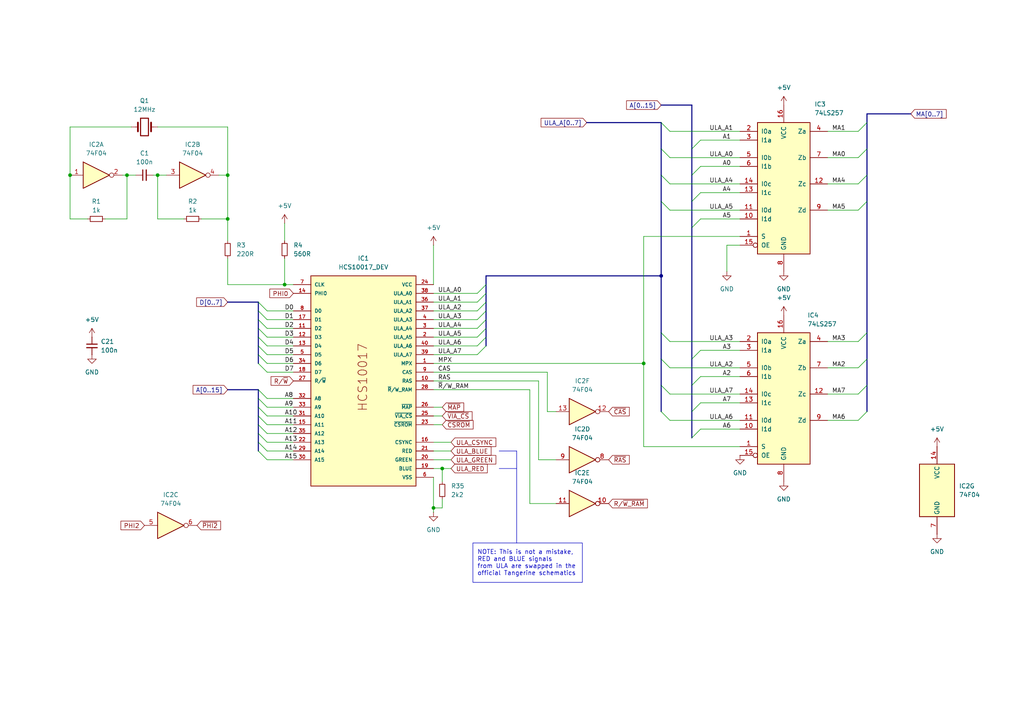
<source format=kicad_sch>
(kicad_sch
	(version 20231120)
	(generator "eeschema")
	(generator_version "8.0")
	(uuid "23f57d73-040f-4e5f-89e6-aef49652474e")
	(paper "A4")
	(lib_symbols
		(symbol "74xx:74LS04"
			(exclude_from_sim no)
			(in_bom yes)
			(on_board yes)
			(property "Reference" "U"
				(at 0 1.27 0)
				(effects
					(font
						(size 1.27 1.27)
					)
				)
			)
			(property "Value" "74LS04"
				(at 0 -1.27 0)
				(effects
					(font
						(size 1.27 1.27)
					)
				)
			)
			(property "Footprint" ""
				(at 0 0 0)
				(effects
					(font
						(size 1.27 1.27)
					)
					(hide yes)
				)
			)
			(property "Datasheet" "http://www.ti.com/lit/gpn/sn74LS04"
				(at 0 0 0)
				(effects
					(font
						(size 1.27 1.27)
					)
					(hide yes)
				)
			)
			(property "Description" "Hex Inverter"
				(at 0 0 0)
				(effects
					(font
						(size 1.27 1.27)
					)
					(hide yes)
				)
			)
			(property "ki_locked" ""
				(at 0 0 0)
				(effects
					(font
						(size 1.27 1.27)
					)
				)
			)
			(property "ki_keywords" "TTL not inv"
				(at 0 0 0)
				(effects
					(font
						(size 1.27 1.27)
					)
					(hide yes)
				)
			)
			(property "ki_fp_filters" "DIP*W7.62mm* SSOP?14* TSSOP?14*"
				(at 0 0 0)
				(effects
					(font
						(size 1.27 1.27)
					)
					(hide yes)
				)
			)
			(symbol "74LS04_1_0"
				(polyline
					(pts
						(xy -3.81 3.81) (xy -3.81 -3.81) (xy 3.81 0) (xy -3.81 3.81)
					)
					(stroke
						(width 0.254)
						(type default)
					)
					(fill
						(type background)
					)
				)
				(pin input line
					(at -7.62 0 0)
					(length 3.81)
					(name "~"
						(effects
							(font
								(size 1.27 1.27)
							)
						)
					)
					(number "1"
						(effects
							(font
								(size 1.27 1.27)
							)
						)
					)
				)
				(pin output inverted
					(at 7.62 0 180)
					(length 3.81)
					(name "~"
						(effects
							(font
								(size 1.27 1.27)
							)
						)
					)
					(number "2"
						(effects
							(font
								(size 1.27 1.27)
							)
						)
					)
				)
			)
			(symbol "74LS04_2_0"
				(polyline
					(pts
						(xy -3.81 3.81) (xy -3.81 -3.81) (xy 3.81 0) (xy -3.81 3.81)
					)
					(stroke
						(width 0.254)
						(type default)
					)
					(fill
						(type background)
					)
				)
				(pin input line
					(at -7.62 0 0)
					(length 3.81)
					(name "~"
						(effects
							(font
								(size 1.27 1.27)
							)
						)
					)
					(number "3"
						(effects
							(font
								(size 1.27 1.27)
							)
						)
					)
				)
				(pin output inverted
					(at 7.62 0 180)
					(length 3.81)
					(name "~"
						(effects
							(font
								(size 1.27 1.27)
							)
						)
					)
					(number "4"
						(effects
							(font
								(size 1.27 1.27)
							)
						)
					)
				)
			)
			(symbol "74LS04_3_0"
				(polyline
					(pts
						(xy -3.81 3.81) (xy -3.81 -3.81) (xy 3.81 0) (xy -3.81 3.81)
					)
					(stroke
						(width 0.254)
						(type default)
					)
					(fill
						(type background)
					)
				)
				(pin input line
					(at -7.62 0 0)
					(length 3.81)
					(name "~"
						(effects
							(font
								(size 1.27 1.27)
							)
						)
					)
					(number "5"
						(effects
							(font
								(size 1.27 1.27)
							)
						)
					)
				)
				(pin output inverted
					(at 7.62 0 180)
					(length 3.81)
					(name "~"
						(effects
							(font
								(size 1.27 1.27)
							)
						)
					)
					(number "6"
						(effects
							(font
								(size 1.27 1.27)
							)
						)
					)
				)
			)
			(symbol "74LS04_4_0"
				(polyline
					(pts
						(xy -3.81 3.81) (xy -3.81 -3.81) (xy 3.81 0) (xy -3.81 3.81)
					)
					(stroke
						(width 0.254)
						(type default)
					)
					(fill
						(type background)
					)
				)
				(pin output inverted
					(at 7.62 0 180)
					(length 3.81)
					(name "~"
						(effects
							(font
								(size 1.27 1.27)
							)
						)
					)
					(number "8"
						(effects
							(font
								(size 1.27 1.27)
							)
						)
					)
				)
				(pin input line
					(at -7.62 0 0)
					(length 3.81)
					(name "~"
						(effects
							(font
								(size 1.27 1.27)
							)
						)
					)
					(number "9"
						(effects
							(font
								(size 1.27 1.27)
							)
						)
					)
				)
			)
			(symbol "74LS04_5_0"
				(polyline
					(pts
						(xy -3.81 3.81) (xy -3.81 -3.81) (xy 3.81 0) (xy -3.81 3.81)
					)
					(stroke
						(width 0.254)
						(type default)
					)
					(fill
						(type background)
					)
				)
				(pin output inverted
					(at 7.62 0 180)
					(length 3.81)
					(name "~"
						(effects
							(font
								(size 1.27 1.27)
							)
						)
					)
					(number "10"
						(effects
							(font
								(size 1.27 1.27)
							)
						)
					)
				)
				(pin input line
					(at -7.62 0 0)
					(length 3.81)
					(name "~"
						(effects
							(font
								(size 1.27 1.27)
							)
						)
					)
					(number "11"
						(effects
							(font
								(size 1.27 1.27)
							)
						)
					)
				)
			)
			(symbol "74LS04_6_0"
				(polyline
					(pts
						(xy -3.81 3.81) (xy -3.81 -3.81) (xy 3.81 0) (xy -3.81 3.81)
					)
					(stroke
						(width 0.254)
						(type default)
					)
					(fill
						(type background)
					)
				)
				(pin output inverted
					(at 7.62 0 180)
					(length 3.81)
					(name "~"
						(effects
							(font
								(size 1.27 1.27)
							)
						)
					)
					(number "12"
						(effects
							(font
								(size 1.27 1.27)
							)
						)
					)
				)
				(pin input line
					(at -7.62 0 0)
					(length 3.81)
					(name "~"
						(effects
							(font
								(size 1.27 1.27)
							)
						)
					)
					(number "13"
						(effects
							(font
								(size 1.27 1.27)
							)
						)
					)
				)
			)
			(symbol "74LS04_7_0"
				(pin power_in line
					(at 0 12.7 270)
					(length 5.08)
					(name "VCC"
						(effects
							(font
								(size 1.27 1.27)
							)
						)
					)
					(number "14"
						(effects
							(font
								(size 1.27 1.27)
							)
						)
					)
				)
				(pin power_in line
					(at 0 -12.7 90)
					(length 5.08)
					(name "GND"
						(effects
							(font
								(size 1.27 1.27)
							)
						)
					)
					(number "7"
						(effects
							(font
								(size 1.27 1.27)
							)
						)
					)
				)
			)
			(symbol "74LS04_7_1"
				(rectangle
					(start -5.08 7.62)
					(end 5.08 -7.62)
					(stroke
						(width 0.254)
						(type default)
					)
					(fill
						(type background)
					)
				)
			)
		)
		(symbol "74xx:74LS257"
			(pin_names
				(offset 1.016)
			)
			(exclude_from_sim no)
			(in_bom yes)
			(on_board yes)
			(property "Reference" "U"
				(at -7.62 19.05 0)
				(effects
					(font
						(size 1.27 1.27)
					)
				)
			)
			(property "Value" "74LS257"
				(at -7.62 -21.59 0)
				(effects
					(font
						(size 1.27 1.27)
					)
				)
			)
			(property "Footprint" ""
				(at 0 0 0)
				(effects
					(font
						(size 1.27 1.27)
					)
					(hide yes)
				)
			)
			(property "Datasheet" "http://www.ti.com/lit/gpn/sn74LS257"
				(at 0 0 0)
				(effects
					(font
						(size 1.27 1.27)
					)
					(hide yes)
				)
			)
			(property "Description" "Quad 2 to 1 Multiplexer"
				(at 0 0 0)
				(effects
					(font
						(size 1.27 1.27)
					)
					(hide yes)
				)
			)
			(property "ki_locked" ""
				(at 0 0 0)
				(effects
					(font
						(size 1.27 1.27)
					)
				)
			)
			(property "ki_keywords" "TTL MUX MUX2"
				(at 0 0 0)
				(effects
					(font
						(size 1.27 1.27)
					)
					(hide yes)
				)
			)
			(property "ki_fp_filters" "DIP?16*"
				(at 0 0 0)
				(effects
					(font
						(size 1.27 1.27)
					)
					(hide yes)
				)
			)
			(symbol "74LS257_1_0"
				(pin input line
					(at -12.7 -15.24 0)
					(length 5.08)
					(name "S"
						(effects
							(font
								(size 1.27 1.27)
							)
						)
					)
					(number "1"
						(effects
							(font
								(size 1.27 1.27)
							)
						)
					)
				)
				(pin input line
					(at -12.7 -10.16 0)
					(length 5.08)
					(name "I1d"
						(effects
							(font
								(size 1.27 1.27)
							)
						)
					)
					(number "10"
						(effects
							(font
								(size 1.27 1.27)
							)
						)
					)
				)
				(pin input line
					(at -12.7 -7.62 0)
					(length 5.08)
					(name "I0d"
						(effects
							(font
								(size 1.27 1.27)
							)
						)
					)
					(number "11"
						(effects
							(font
								(size 1.27 1.27)
							)
						)
					)
				)
				(pin tri_state line
					(at 12.7 0 180)
					(length 5.08)
					(name "Zc"
						(effects
							(font
								(size 1.27 1.27)
							)
						)
					)
					(number "12"
						(effects
							(font
								(size 1.27 1.27)
							)
						)
					)
				)
				(pin input line
					(at -12.7 -2.54 0)
					(length 5.08)
					(name "I1c"
						(effects
							(font
								(size 1.27 1.27)
							)
						)
					)
					(number "13"
						(effects
							(font
								(size 1.27 1.27)
							)
						)
					)
				)
				(pin input line
					(at -12.7 0 0)
					(length 5.08)
					(name "I0c"
						(effects
							(font
								(size 1.27 1.27)
							)
						)
					)
					(number "14"
						(effects
							(font
								(size 1.27 1.27)
							)
						)
					)
				)
				(pin input inverted
					(at -12.7 -17.78 0)
					(length 5.08)
					(name "OE"
						(effects
							(font
								(size 1.27 1.27)
							)
						)
					)
					(number "15"
						(effects
							(font
								(size 1.27 1.27)
							)
						)
					)
				)
				(pin power_in line
					(at 0 22.86 270)
					(length 5.08)
					(name "VCC"
						(effects
							(font
								(size 1.27 1.27)
							)
						)
					)
					(number "16"
						(effects
							(font
								(size 1.27 1.27)
							)
						)
					)
				)
				(pin input line
					(at -12.7 15.24 0)
					(length 5.08)
					(name "I0a"
						(effects
							(font
								(size 1.27 1.27)
							)
						)
					)
					(number "2"
						(effects
							(font
								(size 1.27 1.27)
							)
						)
					)
				)
				(pin input line
					(at -12.7 12.7 0)
					(length 5.08)
					(name "I1a"
						(effects
							(font
								(size 1.27 1.27)
							)
						)
					)
					(number "3"
						(effects
							(font
								(size 1.27 1.27)
							)
						)
					)
				)
				(pin tri_state line
					(at 12.7 15.24 180)
					(length 5.08)
					(name "Za"
						(effects
							(font
								(size 1.27 1.27)
							)
						)
					)
					(number "4"
						(effects
							(font
								(size 1.27 1.27)
							)
						)
					)
				)
				(pin input line
					(at -12.7 7.62 0)
					(length 5.08)
					(name "I0b"
						(effects
							(font
								(size 1.27 1.27)
							)
						)
					)
					(number "5"
						(effects
							(font
								(size 1.27 1.27)
							)
						)
					)
				)
				(pin input line
					(at -12.7 5.08 0)
					(length 5.08)
					(name "I1b"
						(effects
							(font
								(size 1.27 1.27)
							)
						)
					)
					(number "6"
						(effects
							(font
								(size 1.27 1.27)
							)
						)
					)
				)
				(pin tri_state line
					(at 12.7 7.62 180)
					(length 5.08)
					(name "Zb"
						(effects
							(font
								(size 1.27 1.27)
							)
						)
					)
					(number "7"
						(effects
							(font
								(size 1.27 1.27)
							)
						)
					)
				)
				(pin power_in line
					(at 0 -25.4 90)
					(length 5.08)
					(name "GND"
						(effects
							(font
								(size 1.27 1.27)
							)
						)
					)
					(number "8"
						(effects
							(font
								(size 1.27 1.27)
							)
						)
					)
				)
				(pin tri_state line
					(at 12.7 -7.62 180)
					(length 5.08)
					(name "Zd"
						(effects
							(font
								(size 1.27 1.27)
							)
						)
					)
					(number "9"
						(effects
							(font
								(size 1.27 1.27)
							)
						)
					)
				)
			)
			(symbol "74LS257_1_1"
				(rectangle
					(start -7.62 17.78)
					(end 7.62 -20.32)
					(stroke
						(width 0.254)
						(type default)
					)
					(fill
						(type background)
					)
				)
			)
		)
		(symbol "Device:C_Small"
			(pin_numbers hide)
			(pin_names
				(offset 0.254) hide)
			(exclude_from_sim no)
			(in_bom yes)
			(on_board yes)
			(property "Reference" "C"
				(at 0.254 1.778 0)
				(effects
					(font
						(size 1.27 1.27)
					)
					(justify left)
				)
			)
			(property "Value" "C_Small"
				(at 0.254 -2.032 0)
				(effects
					(font
						(size 1.27 1.27)
					)
					(justify left)
				)
			)
			(property "Footprint" ""
				(at 0 0 0)
				(effects
					(font
						(size 1.27 1.27)
					)
					(hide yes)
				)
			)
			(property "Datasheet" "~"
				(at 0 0 0)
				(effects
					(font
						(size 1.27 1.27)
					)
					(hide yes)
				)
			)
			(property "Description" "Unpolarized capacitor, small symbol"
				(at 0 0 0)
				(effects
					(font
						(size 1.27 1.27)
					)
					(hide yes)
				)
			)
			(property "ki_keywords" "capacitor cap"
				(at 0 0 0)
				(effects
					(font
						(size 1.27 1.27)
					)
					(hide yes)
				)
			)
			(property "ki_fp_filters" "C_*"
				(at 0 0 0)
				(effects
					(font
						(size 1.27 1.27)
					)
					(hide yes)
				)
			)
			(symbol "C_Small_0_1"
				(polyline
					(pts
						(xy -1.524 -0.508) (xy 1.524 -0.508)
					)
					(stroke
						(width 0.3302)
						(type default)
					)
					(fill
						(type none)
					)
				)
				(polyline
					(pts
						(xy -1.524 0.508) (xy 1.524 0.508)
					)
					(stroke
						(width 0.3048)
						(type default)
					)
					(fill
						(type none)
					)
				)
			)
			(symbol "C_Small_1_1"
				(pin passive line
					(at 0 2.54 270)
					(length 2.032)
					(name "~"
						(effects
							(font
								(size 1.27 1.27)
							)
						)
					)
					(number "1"
						(effects
							(font
								(size 1.27 1.27)
							)
						)
					)
				)
				(pin passive line
					(at 0 -2.54 90)
					(length 2.032)
					(name "~"
						(effects
							(font
								(size 1.27 1.27)
							)
						)
					)
					(number "2"
						(effects
							(font
								(size 1.27 1.27)
							)
						)
					)
				)
			)
		)
		(symbol "Device:Crystal"
			(pin_numbers hide)
			(pin_names
				(offset 1.016) hide)
			(exclude_from_sim no)
			(in_bom yes)
			(on_board yes)
			(property "Reference" "Y"
				(at 0 3.81 0)
				(effects
					(font
						(size 1.27 1.27)
					)
				)
			)
			(property "Value" "Crystal"
				(at 0 -3.81 0)
				(effects
					(font
						(size 1.27 1.27)
					)
				)
			)
			(property "Footprint" ""
				(at 0 0 0)
				(effects
					(font
						(size 1.27 1.27)
					)
					(hide yes)
				)
			)
			(property "Datasheet" "~"
				(at 0 0 0)
				(effects
					(font
						(size 1.27 1.27)
					)
					(hide yes)
				)
			)
			(property "Description" "Two pin crystal"
				(at 0 0 0)
				(effects
					(font
						(size 1.27 1.27)
					)
					(hide yes)
				)
			)
			(property "ki_keywords" "quartz ceramic resonator oscillator"
				(at 0 0 0)
				(effects
					(font
						(size 1.27 1.27)
					)
					(hide yes)
				)
			)
			(property "ki_fp_filters" "Crystal*"
				(at 0 0 0)
				(effects
					(font
						(size 1.27 1.27)
					)
					(hide yes)
				)
			)
			(symbol "Crystal_0_1"
				(rectangle
					(start -1.143 2.54)
					(end 1.143 -2.54)
					(stroke
						(width 0.3048)
						(type default)
					)
					(fill
						(type none)
					)
				)
				(polyline
					(pts
						(xy -2.54 0) (xy -1.905 0)
					)
					(stroke
						(width 0)
						(type default)
					)
					(fill
						(type none)
					)
				)
				(polyline
					(pts
						(xy -1.905 -1.27) (xy -1.905 1.27)
					)
					(stroke
						(width 0.508)
						(type default)
					)
					(fill
						(type none)
					)
				)
				(polyline
					(pts
						(xy 1.905 -1.27) (xy 1.905 1.27)
					)
					(stroke
						(width 0.508)
						(type default)
					)
					(fill
						(type none)
					)
				)
				(polyline
					(pts
						(xy 2.54 0) (xy 1.905 0)
					)
					(stroke
						(width 0)
						(type default)
					)
					(fill
						(type none)
					)
				)
			)
			(symbol "Crystal_1_1"
				(pin passive line
					(at -3.81 0 0)
					(length 1.27)
					(name "1"
						(effects
							(font
								(size 1.27 1.27)
							)
						)
					)
					(number "1"
						(effects
							(font
								(size 1.27 1.27)
							)
						)
					)
				)
				(pin passive line
					(at 3.81 0 180)
					(length 1.27)
					(name "2"
						(effects
							(font
								(size 1.27 1.27)
							)
						)
					)
					(number "2"
						(effects
							(font
								(size 1.27 1.27)
							)
						)
					)
				)
			)
		)
		(symbol "Device:R_Small"
			(pin_numbers hide)
			(pin_names
				(offset 0.254) hide)
			(exclude_from_sim no)
			(in_bom yes)
			(on_board yes)
			(property "Reference" "R"
				(at 0.762 0.508 0)
				(effects
					(font
						(size 1.27 1.27)
					)
					(justify left)
				)
			)
			(property "Value" "R_Small"
				(at 0.762 -1.016 0)
				(effects
					(font
						(size 1.27 1.27)
					)
					(justify left)
				)
			)
			(property "Footprint" ""
				(at 0 0 0)
				(effects
					(font
						(size 1.27 1.27)
					)
					(hide yes)
				)
			)
			(property "Datasheet" "~"
				(at 0 0 0)
				(effects
					(font
						(size 1.27 1.27)
					)
					(hide yes)
				)
			)
			(property "Description" "Resistor, small symbol"
				(at 0 0 0)
				(effects
					(font
						(size 1.27 1.27)
					)
					(hide yes)
				)
			)
			(property "ki_keywords" "R resistor"
				(at 0 0 0)
				(effects
					(font
						(size 1.27 1.27)
					)
					(hide yes)
				)
			)
			(property "ki_fp_filters" "R_*"
				(at 0 0 0)
				(effects
					(font
						(size 1.27 1.27)
					)
					(hide yes)
				)
			)
			(symbol "R_Small_0_1"
				(rectangle
					(start -0.762 1.778)
					(end 0.762 -1.778)
					(stroke
						(width 0.2032)
						(type default)
					)
					(fill
						(type none)
					)
				)
			)
			(symbol "R_Small_1_1"
				(pin passive line
					(at 0 2.54 270)
					(length 0.762)
					(name "~"
						(effects
							(font
								(size 1.27 1.27)
							)
						)
					)
					(number "1"
						(effects
							(font
								(size 1.27 1.27)
							)
						)
					)
				)
				(pin passive line
					(at 0 -2.54 90)
					(length 0.762)
					(name "~"
						(effects
							(font
								(size 1.27 1.27)
							)
						)
					)
					(number "2"
						(effects
							(font
								(size 1.27 1.27)
							)
						)
					)
				)
			)
		)
		(symbol "ORIC:HCS10017_DEV"
			(pin_names
				(offset 1.016)
			)
			(exclude_from_sim no)
			(in_bom yes)
			(on_board yes)
			(property "Reference" "IC1"
				(at -5.08 33.02 0)
				(effects
					(font
						(size 1.27 1.27)
					)
					(justify left bottom)
				)
			)
			(property "Value" "HCS10017_DEV"
				(at 0 0 0)
				(effects
					(font
						(size 1.27 1.27)
					)
					(justify bottom)
				)
			)
			(property "Footprint" "HCS10017_DEV:HCS10017_DIP"
				(at 0 0 0)
				(effects
					(font
						(size 1.27 1.27)
					)
					(justify bottom)
					(hide yes)
				)
			)
			(property "Datasheet" ""
				(at 0 0 0)
				(effects
					(font
						(size 1.27 1.27)
					)
					(hide yes)
				)
			)
			(property "Description" ""
				(at 0 0 0)
				(effects
					(font
						(size 1.27 1.27)
					)
					(hide yes)
				)
			)
			(symbol "HCS10017_DEV_0_0"
				(rectangle
					(start -15.24 30.48)
					(end 15.24 -30.48)
					(stroke
						(width 0.254)
						(type default)
					)
					(fill
						(type background)
					)
				)
				(text "HCS10017"
					(at 1.27 -8.89 900)
					(effects
						(font
							(size 2.54 2.54)
						)
						(justify left bottom)
					)
				)
			)
			(symbol "HCS10017_DEV_1_0"
				(pin output line
					(at 20.32 5.08 180)
					(length 5.08)
					(name "MPX"
						(effects
							(font
								(size 1.016 1.016)
							)
						)
					)
					(number "1"
						(effects
							(font
								(size 1.016 1.016)
							)
						)
					)
				)
				(pin output line
					(at 20.32 0 180)
					(length 5.08)
					(name "RAS"
						(effects
							(font
								(size 1.016 1.016)
							)
						)
					)
					(number "10"
						(effects
							(font
								(size 1.016 1.016)
							)
						)
					)
				)
				(pin bidirectional line
					(at -20.32 15.24 0)
					(length 5.08)
					(name "D2"
						(effects
							(font
								(size 1.016 1.016)
							)
						)
					)
					(number "11"
						(effects
							(font
								(size 1.016 1.016)
							)
						)
					)
				)
				(pin bidirectional line
					(at -20.32 12.7 0)
					(length 5.08)
					(name "D3"
						(effects
							(font
								(size 1.016 1.016)
							)
						)
					)
					(number "12"
						(effects
							(font
								(size 1.016 1.016)
							)
						)
					)
				)
				(pin bidirectional line
					(at -20.32 10.16 0)
					(length 5.08)
					(name "D4"
						(effects
							(font
								(size 1.016 1.016)
							)
						)
					)
					(number "13"
						(effects
							(font
								(size 1.016 1.016)
							)
						)
					)
				)
				(pin output line
					(at -20.32 25.4 0)
					(length 5.08)
					(name "PHI0"
						(effects
							(font
								(size 1.016 1.016)
							)
						)
					)
					(number "14"
						(effects
							(font
								(size 1.016 1.016)
							)
						)
					)
				)
				(pin input line
					(at -20.32 -12.7 0)
					(length 5.08)
					(name "A11"
						(effects
							(font
								(size 1.016 1.016)
							)
						)
					)
					(number "15"
						(effects
							(font
								(size 1.016 1.016)
							)
						)
					)
				)
				(pin output line
					(at 20.32 -17.78 180)
					(length 5.08)
					(name "CSYNC"
						(effects
							(font
								(size 1.016 1.016)
							)
						)
					)
					(number "16"
						(effects
							(font
								(size 1.016 1.016)
							)
						)
					)
				)
				(pin bidirectional line
					(at -20.32 17.78 0)
					(length 5.08)
					(name "D1"
						(effects
							(font
								(size 1.016 1.016)
							)
						)
					)
					(number "17"
						(effects
							(font
								(size 1.016 1.016)
							)
						)
					)
				)
				(pin bidirectional line
					(at -20.32 2.54 0)
					(length 5.08)
					(name "D7"
						(effects
							(font
								(size 1.016 1.016)
							)
						)
					)
					(number "18"
						(effects
							(font
								(size 1.016 1.016)
							)
						)
					)
				)
				(pin output line
					(at 20.32 -25.4 180)
					(length 5.08)
					(name "BLUE"
						(effects
							(font
								(size 1.016 1.016)
							)
						)
					)
					(number "19"
						(effects
							(font
								(size 1.016 1.016)
							)
						)
					)
				)
				(pin output line
					(at 20.32 12.7 180)
					(length 5.08)
					(name "ULA_A5"
						(effects
							(font
								(size 1.016 1.016)
							)
						)
					)
					(number "2"
						(effects
							(font
								(size 1.016 1.016)
							)
						)
					)
				)
				(pin output line
					(at 20.32 -22.86 180)
					(length 5.08)
					(name "GREEN"
						(effects
							(font
								(size 1.016 1.016)
							)
						)
					)
					(number "20"
						(effects
							(font
								(size 1.016 1.016)
							)
						)
					)
				)
				(pin output line
					(at 20.32 -20.32 180)
					(length 5.08)
					(name "RED"
						(effects
							(font
								(size 1.016 1.016)
							)
						)
					)
					(number "21"
						(effects
							(font
								(size 1.016 1.016)
							)
						)
					)
				)
				(pin input line
					(at -20.32 -17.78 0)
					(length 5.08)
					(name "A13"
						(effects
							(font
								(size 1.016 1.016)
							)
						)
					)
					(number "22"
						(effects
							(font
								(size 1.016 1.016)
							)
						)
					)
				)
				(pin output line
					(at 20.32 -12.7 180)
					(length 5.08)
					(name "~{CSROM}"
						(effects
							(font
								(size 1.016 1.016)
							)
						)
					)
					(number "23"
						(effects
							(font
								(size 1.016 1.016)
							)
						)
					)
				)
				(pin power_in line
					(at 20.32 27.94 180)
					(length 5.08)
					(name "VCC"
						(effects
							(font
								(size 1.016 1.016)
							)
						)
					)
					(number "24"
						(effects
							(font
								(size 1.016 1.016)
							)
						)
					)
				)
				(pin output line
					(at 20.32 -10.16 180)
					(length 5.08)
					(name "~{VIA_CS}"
						(effects
							(font
								(size 1.016 1.016)
							)
						)
					)
					(number "25"
						(effects
							(font
								(size 1.016 1.016)
							)
						)
					)
				)
				(pin input line
					(at 20.32 -7.62 180)
					(length 5.08)
					(name "~{MAP}"
						(effects
							(font
								(size 1.016 1.016)
							)
						)
					)
					(number "26"
						(effects
							(font
								(size 1.016 1.016)
							)
						)
					)
				)
				(pin input line
					(at -20.32 0 0)
					(length 5.08)
					(name "R/~{W}"
						(effects
							(font
								(size 1.016 1.016)
							)
						)
					)
					(number "27"
						(effects
							(font
								(size 1.016 1.016)
							)
						)
					)
				)
				(pin output line
					(at 20.32 -2.54 180)
					(length 5.08)
					(name "~{R}/W_RAM"
						(effects
							(font
								(size 1.016 1.016)
							)
						)
					)
					(number "28"
						(effects
							(font
								(size 1.016 1.016)
							)
						)
					)
				)
				(pin input line
					(at -20.32 -20.32 0)
					(length 5.08)
					(name "A14"
						(effects
							(font
								(size 1.016 1.016)
							)
						)
					)
					(number "29"
						(effects
							(font
								(size 1.016 1.016)
							)
						)
					)
				)
				(pin output line
					(at 20.32 15.24 180)
					(length 5.08)
					(name "ULA_A4"
						(effects
							(font
								(size 1.016 1.016)
							)
						)
					)
					(number "3"
						(effects
							(font
								(size 1.016 1.016)
							)
						)
					)
				)
				(pin input line
					(at -20.32 -22.86 0)
					(length 5.08)
					(name "A15"
						(effects
							(font
								(size 1.016 1.016)
							)
						)
					)
					(number "30"
						(effects
							(font
								(size 1.016 1.016)
							)
						)
					)
				)
				(pin input line
					(at -20.32 -10.16 0)
					(length 5.08)
					(name "A10"
						(effects
							(font
								(size 1.016 1.016)
							)
						)
					)
					(number "31"
						(effects
							(font
								(size 1.016 1.016)
							)
						)
					)
				)
				(pin input line
					(at -20.32 -5.08 0)
					(length 5.08)
					(name "A8"
						(effects
							(font
								(size 1.016 1.016)
							)
						)
					)
					(number "32"
						(effects
							(font
								(size 1.016 1.016)
							)
						)
					)
				)
				(pin input line
					(at -20.32 -7.62 0)
					(length 5.08)
					(name "A9"
						(effects
							(font
								(size 1.016 1.016)
							)
						)
					)
					(number "33"
						(effects
							(font
								(size 1.016 1.016)
							)
						)
					)
				)
				(pin bidirectional line
					(at -20.32 5.08 0)
					(length 5.08)
					(name "D6"
						(effects
							(font
								(size 1.016 1.016)
							)
						)
					)
					(number "34"
						(effects
							(font
								(size 1.016 1.016)
							)
						)
					)
				)
				(pin input line
					(at -20.32 -15.24 0)
					(length 5.08)
					(name "A12"
						(effects
							(font
								(size 1.016 1.016)
							)
						)
					)
					(number "35"
						(effects
							(font
								(size 1.016 1.016)
							)
						)
					)
				)
				(pin output line
					(at 20.32 22.86 180)
					(length 5.08)
					(name "ULA_A1"
						(effects
							(font
								(size 1.016 1.016)
							)
						)
					)
					(number "36"
						(effects
							(font
								(size 1.016 1.016)
							)
						)
					)
				)
				(pin output line
					(at 20.32 20.32 180)
					(length 5.08)
					(name "ULA_A2"
						(effects
							(font
								(size 1.016 1.016)
							)
						)
					)
					(number "37"
						(effects
							(font
								(size 1.016 1.016)
							)
						)
					)
				)
				(pin output line
					(at 20.32 25.4 180)
					(length 5.08)
					(name "ULA_A0"
						(effects
							(font
								(size 1.016 1.016)
							)
						)
					)
					(number "38"
						(effects
							(font
								(size 1.016 1.016)
							)
						)
					)
				)
				(pin output line
					(at 20.32 7.62 180)
					(length 5.08)
					(name "ULA_A7"
						(effects
							(font
								(size 1.016 1.016)
							)
						)
					)
					(number "39"
						(effects
							(font
								(size 1.016 1.016)
							)
						)
					)
				)
				(pin output line
					(at 20.32 17.78 180)
					(length 5.08)
					(name "ULA_A3"
						(effects
							(font
								(size 1.016 1.016)
							)
						)
					)
					(number "4"
						(effects
							(font
								(size 1.016 1.016)
							)
						)
					)
				)
				(pin output line
					(at 20.32 10.16 180)
					(length 5.08)
					(name "ULA_A6"
						(effects
							(font
								(size 1.016 1.016)
							)
						)
					)
					(number "40"
						(effects
							(font
								(size 1.016 1.016)
							)
						)
					)
				)
				(pin bidirectional line
					(at -20.32 7.62 0)
					(length 5.08)
					(name "D5"
						(effects
							(font
								(size 1.016 1.016)
							)
						)
					)
					(number "5"
						(effects
							(font
								(size 1.016 1.016)
							)
						)
					)
				)
				(pin power_in line
					(at 20.32 -27.94 180)
					(length 5.08)
					(name "VSS"
						(effects
							(font
								(size 1.016 1.016)
							)
						)
					)
					(number "6"
						(effects
							(font
								(size 1.016 1.016)
							)
						)
					)
				)
				(pin input line
					(at -20.32 27.94 0)
					(length 5.08)
					(name "CLK"
						(effects
							(font
								(size 1.016 1.016)
							)
						)
					)
					(number "7"
						(effects
							(font
								(size 1.016 1.016)
							)
						)
					)
				)
				(pin bidirectional line
					(at -20.32 20.32 0)
					(length 5.08)
					(name "D0"
						(effects
							(font
								(size 1.016 1.016)
							)
						)
					)
					(number "8"
						(effects
							(font
								(size 1.016 1.016)
							)
						)
					)
				)
				(pin output line
					(at 20.32 2.54 180)
					(length 5.08)
					(name "CAS"
						(effects
							(font
								(size 1.016 1.016)
							)
						)
					)
					(number "9"
						(effects
							(font
								(size 1.016 1.016)
							)
						)
					)
				)
			)
		)
		(symbol "power:+5V"
			(power)
			(pin_numbers hide)
			(pin_names
				(offset 0) hide)
			(exclude_from_sim no)
			(in_bom yes)
			(on_board yes)
			(property "Reference" "#PWR"
				(at 0 -3.81 0)
				(effects
					(font
						(size 1.27 1.27)
					)
					(hide yes)
				)
			)
			(property "Value" "+5V"
				(at 0 3.556 0)
				(effects
					(font
						(size 1.27 1.27)
					)
				)
			)
			(property "Footprint" ""
				(at 0 0 0)
				(effects
					(font
						(size 1.27 1.27)
					)
					(hide yes)
				)
			)
			(property "Datasheet" ""
				(at 0 0 0)
				(effects
					(font
						(size 1.27 1.27)
					)
					(hide yes)
				)
			)
			(property "Description" "Power symbol creates a global label with name \"+5V\""
				(at 0 0 0)
				(effects
					(font
						(size 1.27 1.27)
					)
					(hide yes)
				)
			)
			(property "ki_keywords" "global power"
				(at 0 0 0)
				(effects
					(font
						(size 1.27 1.27)
					)
					(hide yes)
				)
			)
			(symbol "+5V_0_1"
				(polyline
					(pts
						(xy -0.762 1.27) (xy 0 2.54)
					)
					(stroke
						(width 0)
						(type default)
					)
					(fill
						(type none)
					)
				)
				(polyline
					(pts
						(xy 0 0) (xy 0 2.54)
					)
					(stroke
						(width 0)
						(type default)
					)
					(fill
						(type none)
					)
				)
				(polyline
					(pts
						(xy 0 2.54) (xy 0.762 1.27)
					)
					(stroke
						(width 0)
						(type default)
					)
					(fill
						(type none)
					)
				)
			)
			(symbol "+5V_1_1"
				(pin power_in line
					(at 0 0 90)
					(length 0)
					(name "~"
						(effects
							(font
								(size 1.27 1.27)
							)
						)
					)
					(number "1"
						(effects
							(font
								(size 1.27 1.27)
							)
						)
					)
				)
			)
		)
		(symbol "power:GND"
			(power)
			(pin_numbers hide)
			(pin_names
				(offset 0) hide)
			(exclude_from_sim no)
			(in_bom yes)
			(on_board yes)
			(property "Reference" "#PWR"
				(at 0 -6.35 0)
				(effects
					(font
						(size 1.27 1.27)
					)
					(hide yes)
				)
			)
			(property "Value" "GND"
				(at 0 -3.81 0)
				(effects
					(font
						(size 1.27 1.27)
					)
				)
			)
			(property "Footprint" ""
				(at 0 0 0)
				(effects
					(font
						(size 1.27 1.27)
					)
					(hide yes)
				)
			)
			(property "Datasheet" ""
				(at 0 0 0)
				(effects
					(font
						(size 1.27 1.27)
					)
					(hide yes)
				)
			)
			(property "Description" "Power symbol creates a global label with name \"GND\" , ground"
				(at 0 0 0)
				(effects
					(font
						(size 1.27 1.27)
					)
					(hide yes)
				)
			)
			(property "ki_keywords" "global power"
				(at 0 0 0)
				(effects
					(font
						(size 1.27 1.27)
					)
					(hide yes)
				)
			)
			(symbol "GND_0_1"
				(polyline
					(pts
						(xy 0 0) (xy 0 -1.27) (xy 1.27 -1.27) (xy 0 -2.54) (xy -1.27 -1.27) (xy 0 -1.27)
					)
					(stroke
						(width 0)
						(type default)
					)
					(fill
						(type none)
					)
				)
			)
			(symbol "GND_1_1"
				(pin power_in line
					(at 0 0 270)
					(length 0)
					(name "~"
						(effects
							(font
								(size 1.27 1.27)
							)
						)
					)
					(number "1"
						(effects
							(font
								(size 1.27 1.27)
							)
						)
					)
				)
			)
		)
	)
	(junction
		(at 66.04 63.5)
		(diameter 0)
		(color 0 0 0 0)
		(uuid "2132c204-d725-4fb9-94a5-dc4cc88436a7")
	)
	(junction
		(at 186.69 105.41)
		(diameter 0)
		(color 0 0 0 0)
		(uuid "369d3001-ddb5-4995-8465-68eb6d6061a8")
	)
	(junction
		(at 82.55 82.55)
		(diameter 0)
		(color 0 0 0 0)
		(uuid "52586fae-2b7c-4fe1-a316-a0cc77ab083d")
	)
	(junction
		(at 20.32 50.8)
		(diameter 0)
		(color 0 0 0 0)
		(uuid "58a349aa-694f-4cfa-a495-ce0004410d17")
	)
	(junction
		(at 36.83 50.8)
		(diameter 0)
		(color 0 0 0 0)
		(uuid "8a0b91a1-209f-460d-94af-483e82ab6813")
	)
	(junction
		(at 191.77 80.01)
		(diameter 0)
		(color 0 0 0 0)
		(uuid "8ab6e55d-61a7-42c7-afc5-21ad6c72096f")
	)
	(junction
		(at 66.04 50.8)
		(diameter 0)
		(color 0 0 0 0)
		(uuid "a5106fb8-a72f-440d-aae9-76766fc37b82")
	)
	(junction
		(at 125.73 147.32)
		(diameter 0)
		(color 0 0 0 0)
		(uuid "b244d8e2-f9a1-4576-b7f4-6b1a7152cd81")
	)
	(junction
		(at 128.27 135.89)
		(diameter 0)
		(color 0 0 0 0)
		(uuid "c8ae1369-e2c2-4fd1-9a24-973abc5e6b77")
	)
	(junction
		(at 45.72 50.8)
		(diameter 0)
		(color 0 0 0 0)
		(uuid "f8e21311-777b-45af-9e7f-81c5af923562")
	)
	(bus_entry
		(at 74.93 123.19)
		(size 2.54 2.54)
		(stroke
			(width 0)
			(type default)
		)
		(uuid "028bb1e3-7074-4ec7-a3c8-4c58aaa49424")
	)
	(bus_entry
		(at 191.77 50.8)
		(size 2.54 2.54)
		(stroke
			(width 0)
			(type default)
		)
		(uuid "02a0a432-c390-41cd-941b-8cba79e60e27")
	)
	(bus_entry
		(at 74.93 90.17)
		(size 2.54 2.54)
		(stroke
			(width 0)
			(type default)
		)
		(uuid "098eed00-eebd-48ed-b374-d36d90dfa342")
	)
	(bus_entry
		(at 248.92 53.34)
		(size 2.54 -2.54)
		(stroke
			(width 0)
			(type default)
		)
		(uuid "17e2802a-8ee3-40bc-a04b-b3d8e974295f")
	)
	(bus_entry
		(at 248.92 114.3)
		(size 2.54 -2.54)
		(stroke
			(width 0)
			(type default)
		)
		(uuid "18aeed1b-9cb6-42c5-a1ba-6fb681897833")
	)
	(bus_entry
		(at 74.93 87.63)
		(size 2.54 2.54)
		(stroke
			(width 0)
			(type default)
		)
		(uuid "1972018d-cbb2-4ba7-a272-f87d5df53f05")
	)
	(bus_entry
		(at 200.66 66.04)
		(size 2.54 -2.54)
		(stroke
			(width 0)
			(type default)
		)
		(uuid "1c4e360a-1f66-4175-9142-6449226931cb")
	)
	(bus_entry
		(at 74.93 128.27)
		(size 2.54 2.54)
		(stroke
			(width 0)
			(type default)
		)
		(uuid "1e1db2d7-d4c4-4f40-8317-1c92fd6033d5")
	)
	(bus_entry
		(at 74.93 95.25)
		(size 2.54 2.54)
		(stroke
			(width 0)
			(type default)
		)
		(uuid "298987d2-2619-40f7-a974-a9e82f0d9d80")
	)
	(bus_entry
		(at 248.92 60.96)
		(size 2.54 -2.54)
		(stroke
			(width 0)
			(type default)
		)
		(uuid "2c1834fe-1a1a-46ff-a0b3-abe52b6d1002")
	)
	(bus_entry
		(at 138.43 87.63)
		(size 2.54 -2.54)
		(stroke
			(width 0)
			(type default)
		)
		(uuid "2cf50006-ea35-4221-ba88-93dab7730540")
	)
	(bus_entry
		(at 138.43 95.25)
		(size 2.54 -2.54)
		(stroke
			(width 0)
			(type default)
		)
		(uuid "31adee0e-c4ea-4cc4-a13e-ce31e55a74a3")
	)
	(bus_entry
		(at 138.43 92.71)
		(size 2.54 -2.54)
		(stroke
			(width 0)
			(type default)
		)
		(uuid "35fe598d-5752-4b01-ac78-ce62e1f02019")
	)
	(bus_entry
		(at 74.93 102.87)
		(size 2.54 2.54)
		(stroke
			(width 0)
			(type default)
		)
		(uuid "365672f3-97fa-4b49-9814-5f6165e0163b")
	)
	(bus_entry
		(at 191.77 58.42)
		(size 2.54 2.54)
		(stroke
			(width 0)
			(type default)
		)
		(uuid "42f9436f-f1fa-496f-a49b-4532ee38f582")
	)
	(bus_entry
		(at 74.93 115.57)
		(size 2.54 2.54)
		(stroke
			(width 0)
			(type default)
		)
		(uuid "44215a29-9e6c-4698-9da2-8b8d4d0b77c5")
	)
	(bus_entry
		(at 74.93 100.33)
		(size 2.54 2.54)
		(stroke
			(width 0)
			(type default)
		)
		(uuid "45531472-e27e-4b9d-bb3f-dea64d1acf79")
	)
	(bus_entry
		(at 138.43 97.79)
		(size 2.54 -2.54)
		(stroke
			(width 0)
			(type default)
		)
		(uuid "4ccad03d-fadb-4833-bf79-c880036ef2db")
	)
	(bus_entry
		(at 200.66 111.76)
		(size 2.54 -2.54)
		(stroke
			(width 0)
			(type default)
		)
		(uuid "4d9683d7-83d9-4740-adfd-9c437c504135")
	)
	(bus_entry
		(at 248.92 99.06)
		(size 2.54 -2.54)
		(stroke
			(width 0)
			(type default)
		)
		(uuid "4faab7af-10ee-4ddc-a9ef-185ab1d8bc19")
	)
	(bus_entry
		(at 200.66 43.18)
		(size 2.54 -2.54)
		(stroke
			(width 0)
			(type default)
		)
		(uuid "5269166d-77ae-47fa-92e4-a65e644a4d84")
	)
	(bus_entry
		(at 74.93 97.79)
		(size 2.54 2.54)
		(stroke
			(width 0)
			(type default)
		)
		(uuid "544f6e2c-5489-4973-bea2-4dff91901738")
	)
	(bus_entry
		(at 138.43 100.33)
		(size 2.54 -2.54)
		(stroke
			(width 0)
			(type default)
		)
		(uuid "63f9c5e6-3356-4a23-939a-4b2c7b2242aa")
	)
	(bus_entry
		(at 74.93 125.73)
		(size 2.54 2.54)
		(stroke
			(width 0)
			(type default)
		)
		(uuid "6fa904e3-256b-4789-8527-2e480d3451a4")
	)
	(bus_entry
		(at 74.93 105.41)
		(size 2.54 2.54)
		(stroke
			(width 0)
			(type default)
		)
		(uuid "81f60115-0333-48d9-bb32-dd06b1d56328")
	)
	(bus_entry
		(at 74.93 120.65)
		(size 2.54 2.54)
		(stroke
			(width 0)
			(type default)
		)
		(uuid "8ca27029-0ca6-4f04-8bb2-69be5fce4e7d")
	)
	(bus_entry
		(at 248.92 106.68)
		(size 2.54 -2.54)
		(stroke
			(width 0)
			(type default)
		)
		(uuid "9a948469-e101-45b5-ba53-bafd471a73e9")
	)
	(bus_entry
		(at 200.66 119.38)
		(size 2.54 -2.54)
		(stroke
			(width 0)
			(type default)
		)
		(uuid "9faff07e-780d-41d9-9ebe-6e7dc0fd1d4e")
	)
	(bus_entry
		(at 248.92 121.92)
		(size 2.54 -2.54)
		(stroke
			(width 0)
			(type default)
		)
		(uuid "a567b54c-8812-49ff-9a1f-9677a58e9809")
	)
	(bus_entry
		(at 191.77 35.56)
		(size 2.54 2.54)
		(stroke
			(width 0)
			(type default)
		)
		(uuid "ad041827-fe16-4b86-925f-df47af76f3c7")
	)
	(bus_entry
		(at 74.93 113.03)
		(size 2.54 2.54)
		(stroke
			(width 0)
			(type default)
		)
		(uuid "b49e64f2-69db-4edf-9540-2cbc08750cf9")
	)
	(bus_entry
		(at 138.43 90.17)
		(size 2.54 -2.54)
		(stroke
			(width 0)
			(type default)
		)
		(uuid "b51e43df-3092-4829-ab23-45febe712fc5")
	)
	(bus_entry
		(at 191.77 119.38)
		(size 2.54 2.54)
		(stroke
			(width 0)
			(type default)
		)
		(uuid "bc8de55f-4c05-4dc5-a38a-3a4dc8eaeb9f")
	)
	(bus_entry
		(at 138.43 85.09)
		(size 2.54 -2.54)
		(stroke
			(width 0)
			(type default)
		)
		(uuid "bcba9526-3af4-4a75-a946-8f5bdcd2ad7e")
	)
	(bus_entry
		(at 74.93 118.11)
		(size 2.54 2.54)
		(stroke
			(width 0)
			(type default)
		)
		(uuid "bdad519e-8d2b-408a-9008-fb5b48af818b")
	)
	(bus_entry
		(at 248.92 45.72)
		(size 2.54 -2.54)
		(stroke
			(width 0)
			(type default)
		)
		(uuid "c0620da3-a665-45f8-b0df-f0578a475acf")
	)
	(bus_entry
		(at 200.66 58.42)
		(size 2.54 -2.54)
		(stroke
			(width 0)
			(type default)
		)
		(uuid "cc240e5e-c594-4b37-955a-a8fa96ed77a9")
	)
	(bus_entry
		(at 138.43 102.87)
		(size 2.54 -2.54)
		(stroke
			(width 0)
			(type default)
		)
		(uuid "d3e047ed-ebb3-467b-8566-974f91adeffe")
	)
	(bus_entry
		(at 200.66 127)
		(size 2.54 -2.54)
		(stroke
			(width 0)
			(type default)
		)
		(uuid "d945d424-f61f-4c39-889d-d13ba345fcc1")
	)
	(bus_entry
		(at 74.93 130.81)
		(size 2.54 2.54)
		(stroke
			(width 0)
			(type default)
		)
		(uuid "dd165d33-61ff-4cfe-a6fd-c7f04e45a924")
	)
	(bus_entry
		(at 200.66 104.14)
		(size 2.54 -2.54)
		(stroke
			(width 0)
			(type default)
		)
		(uuid "e314946a-8bcb-42ec-a6d6-0cf8e3247aad")
	)
	(bus_entry
		(at 248.92 38.1)
		(size 2.54 -2.54)
		(stroke
			(width 0)
			(type default)
		)
		(uuid "e64701c9-40a1-43b2-95f2-b01502448d12")
	)
	(bus_entry
		(at 191.77 104.14)
		(size 2.54 2.54)
		(stroke
			(width 0)
			(type default)
		)
		(uuid "e940f5eb-9044-4a13-b777-a424a22c0152")
	)
	(bus_entry
		(at 200.66 50.8)
		(size 2.54 -2.54)
		(stroke
			(width 0)
			(type default)
		)
		(uuid "e9bd8d38-2803-4e36-884b-422f79a87101")
	)
	(bus_entry
		(at 191.77 43.18)
		(size 2.54 2.54)
		(stroke
			(width 0)
			(type default)
		)
		(uuid "ea2c69be-dbec-4c8c-9019-93dc12772216")
	)
	(bus_entry
		(at 191.77 111.76)
		(size 2.54 2.54)
		(stroke
			(width 0)
			(type default)
		)
		(uuid "ebf8d344-238f-4741-9a98-7f4a8e63a611")
	)
	(bus_entry
		(at 74.93 92.71)
		(size 2.54 2.54)
		(stroke
			(width 0)
			(type default)
		)
		(uuid "efbd8c2e-7727-4b3d-833c-073b04a31f1f")
	)
	(bus_entry
		(at 191.77 96.52)
		(size 2.54 2.54)
		(stroke
			(width 0)
			(type default)
		)
		(uuid "fa3f2c8b-684e-45e0-af21-a38d90bae7f5")
	)
	(wire
		(pts
			(xy 77.47 123.19) (xy 85.09 123.19)
		)
		(stroke
			(width 0)
			(type default)
		)
		(uuid "00180d22-36b6-458c-8e95-1d9ba1dfe3ac")
	)
	(bus
		(pts
			(xy 74.93 123.19) (xy 74.93 125.73)
		)
		(stroke
			(width 0)
			(type default)
		)
		(uuid "0496f175-7578-4b38-8bed-406d046d18b6")
	)
	(wire
		(pts
			(xy 240.03 121.92) (xy 248.92 121.92)
		)
		(stroke
			(width 0)
			(type default)
		)
		(uuid "04ac0c52-e85b-45cd-9018-8a08042cc97d")
	)
	(wire
		(pts
			(xy 35.56 50.8) (xy 36.83 50.8)
		)
		(stroke
			(width 0)
			(type default)
		)
		(uuid "059953d3-c115-4e83-9f52-c6487b612a98")
	)
	(wire
		(pts
			(xy 240.03 38.1) (xy 248.92 38.1)
		)
		(stroke
			(width 0)
			(type default)
		)
		(uuid "05c80fa2-3007-4b8f-a85b-f53f596155c6")
	)
	(wire
		(pts
			(xy 186.69 68.58) (xy 186.69 105.41)
		)
		(stroke
			(width 0)
			(type default)
		)
		(uuid "087dbb8f-4778-42fd-901d-e343f7a1e82d")
	)
	(bus
		(pts
			(xy 66.04 113.03) (xy 74.93 113.03)
		)
		(stroke
			(width 0)
			(type default)
		)
		(uuid "08f8644e-4843-4f42-9793-0c9111226e56")
	)
	(wire
		(pts
			(xy 125.73 148.59) (xy 125.73 147.32)
		)
		(stroke
			(width 0)
			(type default)
		)
		(uuid "0cd61845-fafb-4a36-be51-170eb31e6a74")
	)
	(wire
		(pts
			(xy 63.5 50.8) (xy 66.04 50.8)
		)
		(stroke
			(width 0)
			(type default)
		)
		(uuid "0da422d1-2dc8-4096-b27a-0478b42e8145")
	)
	(wire
		(pts
			(xy 125.73 147.32) (xy 128.27 147.32)
		)
		(stroke
			(width 0)
			(type default)
		)
		(uuid "12eb7dc6-d210-4607-b867-51986e0e163d")
	)
	(wire
		(pts
			(xy 82.55 64.77) (xy 82.55 69.85)
		)
		(stroke
			(width 0)
			(type default)
		)
		(uuid "133c59d9-4c61-4614-82cf-979a3947afda")
	)
	(wire
		(pts
			(xy 20.32 63.5) (xy 20.32 50.8)
		)
		(stroke
			(width 0)
			(type default)
		)
		(uuid "1410b471-16d4-4917-addf-62664a73222c")
	)
	(bus
		(pts
			(xy 74.93 92.71) (xy 74.93 95.25)
		)
		(stroke
			(width 0)
			(type default)
		)
		(uuid "164a52f5-b6b2-4d95-a275-328f004e8feb")
	)
	(wire
		(pts
			(xy 66.04 82.55) (xy 66.04 74.93)
		)
		(stroke
			(width 0)
			(type default)
		)
		(uuid "173f8999-9538-49de-bfca-d11eb2200e15")
	)
	(wire
		(pts
			(xy 45.72 50.8) (xy 48.26 50.8)
		)
		(stroke
			(width 0)
			(type default)
		)
		(uuid "216c0f6c-a9f7-4b38-a079-87c28281cef9")
	)
	(wire
		(pts
			(xy 161.29 119.38) (xy 158.75 119.38)
		)
		(stroke
			(width 0)
			(type default)
		)
		(uuid "234632ad-7164-4638-98c6-10f11c7f2f93")
	)
	(wire
		(pts
			(xy 30.48 63.5) (xy 36.83 63.5)
		)
		(stroke
			(width 0)
			(type default)
		)
		(uuid "240cf9d2-1725-4fb0-afe1-305dc6ef377c")
	)
	(bus
		(pts
			(xy 191.77 104.14) (xy 191.77 111.76)
		)
		(stroke
			(width 0)
			(type default)
		)
		(uuid "265fe79e-413b-4307-a764-15fc5f5415c0")
	)
	(bus
		(pts
			(xy 140.97 80.01) (xy 191.77 80.01)
		)
		(stroke
			(width 0)
			(type default)
		)
		(uuid "291bf931-17c6-490b-8445-e17ab4f2ee31")
	)
	(wire
		(pts
			(xy 194.31 60.96) (xy 214.63 60.96)
		)
		(stroke
			(width 0)
			(type default)
		)
		(uuid "294db5ce-d489-4fbe-9978-5688c927c6f3")
	)
	(wire
		(pts
			(xy 214.63 101.6) (xy 203.2 101.6)
		)
		(stroke
			(width 0)
			(type default)
		)
		(uuid "29d95c50-2dd3-4a50-aa2d-df11e1d58230")
	)
	(wire
		(pts
			(xy 194.31 114.3) (xy 214.63 114.3)
		)
		(stroke
			(width 0)
			(type default)
		)
		(uuid "2a4b1642-78ee-443e-bf6b-74a5888cddbe")
	)
	(wire
		(pts
			(xy 240.03 114.3) (xy 248.92 114.3)
		)
		(stroke
			(width 0)
			(type default)
		)
		(uuid "2aca2a79-37b8-4fd1-903a-659b616b8114")
	)
	(wire
		(pts
			(xy 156.21 110.49) (xy 125.73 110.49)
		)
		(stroke
			(width 0)
			(type default)
		)
		(uuid "2e6c9d3e-d4ef-4eb6-8645-41f8c14c18af")
	)
	(wire
		(pts
			(xy 77.47 102.87) (xy 85.09 102.87)
		)
		(stroke
			(width 0)
			(type default)
		)
		(uuid "2ed28410-2d91-440e-8724-657ad0917d42")
	)
	(wire
		(pts
			(xy 77.47 120.65) (xy 85.09 120.65)
		)
		(stroke
			(width 0)
			(type default)
		)
		(uuid "2f76cc18-6902-4f3a-ab34-aeec1e5d2905")
	)
	(bus
		(pts
			(xy 191.77 96.52) (xy 191.77 104.14)
		)
		(stroke
			(width 0)
			(type default)
		)
		(uuid "306b3241-fd4f-416f-a68b-af9c3f071aaa")
	)
	(bus
		(pts
			(xy 200.66 119.38) (xy 200.66 127)
		)
		(stroke
			(width 0)
			(type default)
		)
		(uuid "31662f38-2924-4efb-91e1-0eded2b75b40")
	)
	(wire
		(pts
			(xy 36.83 63.5) (xy 36.83 50.8)
		)
		(stroke
			(width 0)
			(type default)
		)
		(uuid "37a0ea67-b53a-4ebd-830d-78553f830cd4")
	)
	(wire
		(pts
			(xy 125.73 95.25) (xy 138.43 95.25)
		)
		(stroke
			(width 0)
			(type default)
		)
		(uuid "38ad38d1-01ad-49b2-aed1-0d75df7416a5")
	)
	(wire
		(pts
			(xy 125.73 100.33) (xy 138.43 100.33)
		)
		(stroke
			(width 0)
			(type default)
		)
		(uuid "3c4ab606-47ee-4a4a-b78e-ef9282d532b8")
	)
	(bus
		(pts
			(xy 140.97 97.79) (xy 140.97 100.33)
		)
		(stroke
			(width 0)
			(type default)
		)
		(uuid "3c536413-2a52-4080-b1f2-f841039f5254")
	)
	(bus
		(pts
			(xy 200.66 58.42) (xy 200.66 66.04)
		)
		(stroke
			(width 0)
			(type default)
		)
		(uuid "3c89fbc6-c597-49ea-b1e0-b4febb6bf339")
	)
	(bus
		(pts
			(xy 74.93 128.27) (xy 74.93 130.81)
		)
		(stroke
			(width 0)
			(type default)
		)
		(uuid "3c906120-b41f-4dd5-acbf-ca29bb384817")
	)
	(wire
		(pts
			(xy 240.03 106.68) (xy 248.92 106.68)
		)
		(stroke
			(width 0)
			(type default)
		)
		(uuid "3f9c51fa-85be-4d46-a973-9d81c58aad1c")
	)
	(bus
		(pts
			(xy 251.46 33.02) (xy 264.16 33.02)
		)
		(stroke
			(width 0)
			(type default)
		)
		(uuid "3fffe579-56e9-4dc2-ae41-f037b05b7c6a")
	)
	(bus
		(pts
			(xy 66.04 87.63) (xy 74.93 87.63)
		)
		(stroke
			(width 0)
			(type default)
		)
		(uuid "44456e17-2b27-4eed-b17f-e47c6a853a64")
	)
	(bus
		(pts
			(xy 170.18 35.56) (xy 191.77 35.56)
		)
		(stroke
			(width 0)
			(type default)
		)
		(uuid "449b9997-b651-4dee-aa65-ae829f849804")
	)
	(wire
		(pts
			(xy 125.73 105.41) (xy 186.69 105.41)
		)
		(stroke
			(width 0)
			(type default)
		)
		(uuid "44c00824-912d-487f-8d94-8fc0c075ef60")
	)
	(wire
		(pts
			(xy 194.31 53.34) (xy 214.63 53.34)
		)
		(stroke
			(width 0)
			(type default)
		)
		(uuid "4af650c8-bb2b-4006-913c-5b30fafa97e2")
	)
	(wire
		(pts
			(xy 125.73 130.81) (xy 130.81 130.81)
		)
		(stroke
			(width 0)
			(type default)
		)
		(uuid "53358536-602d-4750-8e9d-006f6da5ea79")
	)
	(wire
		(pts
			(xy 58.42 63.5) (xy 66.04 63.5)
		)
		(stroke
			(width 0)
			(type default)
		)
		(uuid "563abdcb-64c3-4e74-8c61-1fa21f63793c")
	)
	(wire
		(pts
			(xy 77.47 107.95) (xy 85.09 107.95)
		)
		(stroke
			(width 0)
			(type default)
		)
		(uuid "579cffb5-5756-4bbd-a95a-821b6f3c307c")
	)
	(bus
		(pts
			(xy 74.93 95.25) (xy 74.93 97.79)
		)
		(stroke
			(width 0)
			(type default)
		)
		(uuid "5881c066-69c7-476b-9e4b-cb01fe898ce6")
	)
	(wire
		(pts
			(xy 77.47 92.71) (xy 85.09 92.71)
		)
		(stroke
			(width 0)
			(type default)
		)
		(uuid "5a97e194-aa71-44f8-a4ab-3a87f6aef10c")
	)
	(wire
		(pts
			(xy 77.47 105.41) (xy 85.09 105.41)
		)
		(stroke
			(width 0)
			(type default)
		)
		(uuid "5b3fb5e8-2aab-443b-b9f7-1d8d48068759")
	)
	(bus
		(pts
			(xy 191.77 111.76) (xy 191.77 119.38)
		)
		(stroke
			(width 0)
			(type default)
		)
		(uuid "5c438bc4-500d-4aa8-8255-26082d4ace2f")
	)
	(bus
		(pts
			(xy 74.93 87.63) (xy 74.93 90.17)
		)
		(stroke
			(width 0)
			(type default)
		)
		(uuid "605c84cc-7e63-45c8-8200-3b08db7d565b")
	)
	(bus
		(pts
			(xy 74.93 97.79) (xy 74.93 100.33)
		)
		(stroke
			(width 0)
			(type default)
		)
		(uuid "61390d97-07b1-404d-96e8-8e3e2af37a1b")
	)
	(bus
		(pts
			(xy 74.93 113.03) (xy 74.93 115.57)
		)
		(stroke
			(width 0)
			(type default)
		)
		(uuid "620e90cf-902b-4ee6-93e6-0e2c65ece2e1")
	)
	(wire
		(pts
			(xy 77.47 95.25) (xy 85.09 95.25)
		)
		(stroke
			(width 0)
			(type default)
		)
		(uuid "6223f5c5-17b1-4e1d-a43d-ff77f6c6400b")
	)
	(wire
		(pts
			(xy 77.47 100.33) (xy 85.09 100.33)
		)
		(stroke
			(width 0)
			(type default)
		)
		(uuid "629fcfe5-a638-49e0-a49a-658d868899bf")
	)
	(bus
		(pts
			(xy 191.77 80.01) (xy 191.77 96.52)
		)
		(stroke
			(width 0)
			(type default)
		)
		(uuid "645df586-8a68-4298-8336-f8763ac50b77")
	)
	(wire
		(pts
			(xy 214.63 55.88) (xy 203.2 55.88)
		)
		(stroke
			(width 0)
			(type default)
		)
		(uuid "658665e4-9975-48eb-8444-be5206ef733b")
	)
	(wire
		(pts
			(xy 128.27 144.78) (xy 128.27 147.32)
		)
		(stroke
			(width 0)
			(type default)
		)
		(uuid "670c1428-4743-4da1-8d77-36b286b74623")
	)
	(wire
		(pts
			(xy 36.83 50.8) (xy 39.37 50.8)
		)
		(stroke
			(width 0)
			(type default)
		)
		(uuid "67745b27-08a5-453e-bff2-624ecb681a1b")
	)
	(wire
		(pts
			(xy 128.27 139.7) (xy 128.27 135.89)
		)
		(stroke
			(width 0)
			(type default)
		)
		(uuid "6792eb95-b3bb-4a73-9ba2-74a1c20b6203")
	)
	(wire
		(pts
			(xy 125.73 135.89) (xy 128.27 135.89)
		)
		(stroke
			(width 0)
			(type default)
		)
		(uuid "689f15b5-4a74-4e93-ad25-7e9edf540269")
	)
	(wire
		(pts
			(xy 125.73 102.87) (xy 138.43 102.87)
		)
		(stroke
			(width 0)
			(type default)
		)
		(uuid "6beeab48-3a9a-443c-b879-4b5be872a047")
	)
	(bus
		(pts
			(xy 140.97 95.25) (xy 140.97 97.79)
		)
		(stroke
			(width 0)
			(type default)
		)
		(uuid "6e0684a8-4c07-46af-88fb-12c7ee18a771")
	)
	(wire
		(pts
			(xy 66.04 36.83) (xy 66.04 50.8)
		)
		(stroke
			(width 0)
			(type default)
		)
		(uuid "6e3731e0-6ca2-4dd8-bcc2-c1a9cd004493")
	)
	(wire
		(pts
			(xy 161.29 133.35) (xy 156.21 133.35)
		)
		(stroke
			(width 0)
			(type default)
		)
		(uuid "6f0e20c6-bf32-40f9-ac3c-521d3ef53cd5")
	)
	(wire
		(pts
			(xy 194.31 106.68) (xy 214.63 106.68)
		)
		(stroke
			(width 0)
			(type default)
		)
		(uuid "71443967-f2f3-4019-b1b6-e664ea5cd27c")
	)
	(bus
		(pts
			(xy 200.66 43.18) (xy 200.66 50.8)
		)
		(stroke
			(width 0)
			(type default)
		)
		(uuid "71c278ac-5270-40dd-bee5-cd00616cbfcf")
	)
	(wire
		(pts
			(xy 158.75 119.38) (xy 158.75 107.95)
		)
		(stroke
			(width 0)
			(type default)
		)
		(uuid "732539d9-f8fe-40f1-9f26-11ae341f8f46")
	)
	(wire
		(pts
			(xy 125.73 118.11) (xy 128.27 118.11)
		)
		(stroke
			(width 0)
			(type default)
		)
		(uuid "753bd0ab-f049-49b8-86b5-93d6060c79b0")
	)
	(wire
		(pts
			(xy 240.03 53.34) (xy 248.92 53.34)
		)
		(stroke
			(width 0)
			(type default)
		)
		(uuid "763aef54-ad59-4831-ad47-efac5c2c329e")
	)
	(wire
		(pts
			(xy 125.73 147.32) (xy 125.73 138.43)
		)
		(stroke
			(width 0)
			(type default)
		)
		(uuid "774b1695-71ae-4a7e-b32f-897f099dcaed")
	)
	(wire
		(pts
			(xy 125.73 71.12) (xy 125.73 82.55)
		)
		(stroke
			(width 0)
			(type default)
		)
		(uuid "7a88664b-42d0-4b1c-bbfa-fa9624062bdd")
	)
	(wire
		(pts
			(xy 66.04 63.5) (xy 66.04 69.85)
		)
		(stroke
			(width 0)
			(type default)
		)
		(uuid "7af1aab2-7558-4fc0-9de6-5c2b97d16a4c")
	)
	(bus
		(pts
			(xy 200.66 111.76) (xy 200.66 119.38)
		)
		(stroke
			(width 0)
			(type default)
		)
		(uuid "7e684c47-ec79-4742-bcc5-56cff2a9a7d2")
	)
	(bus
		(pts
			(xy 251.46 96.52) (xy 251.46 104.14)
		)
		(stroke
			(width 0)
			(type default)
		)
		(uuid "7eea5349-31cc-4937-b091-8cb2087e1459")
	)
	(wire
		(pts
			(xy 194.31 38.1) (xy 214.63 38.1)
		)
		(stroke
			(width 0)
			(type default)
		)
		(uuid "7f8b2911-3555-41a6-9d07-055a2137a383")
	)
	(wire
		(pts
			(xy 186.69 105.41) (xy 186.69 129.54)
		)
		(stroke
			(width 0)
			(type default)
		)
		(uuid "8146be0d-5662-4f87-8a28-73858d9ddf15")
	)
	(bus
		(pts
			(xy 200.66 30.48) (xy 200.66 43.18)
		)
		(stroke
			(width 0)
			(type default)
		)
		(uuid "834453e2-c246-4231-88e7-b62f040313b6")
	)
	(wire
		(pts
			(xy 214.63 71.12) (xy 210.82 71.12)
		)
		(stroke
			(width 0)
			(type default)
		)
		(uuid "871b65e2-f783-4bd3-b72f-0094664f1b28")
	)
	(wire
		(pts
			(xy 203.2 124.46) (xy 214.63 124.46)
		)
		(stroke
			(width 0)
			(type default)
		)
		(uuid "89a500a1-6de7-41eb-ba8c-43313db3d1fb")
	)
	(bus
		(pts
			(xy 140.97 80.01) (xy 140.97 82.55)
		)
		(stroke
			(width 0)
			(type default)
		)
		(uuid "89a81ce1-0ce7-4607-9e40-face997f745d")
	)
	(bus
		(pts
			(xy 251.46 104.14) (xy 251.46 111.76)
		)
		(stroke
			(width 0)
			(type default)
		)
		(uuid "8acec2f4-d2f0-4abd-a0fb-92f3ad61f690")
	)
	(wire
		(pts
			(xy 44.45 50.8) (xy 45.72 50.8)
		)
		(stroke
			(width 0)
			(type default)
		)
		(uuid "8b10ce7c-0d06-4e33-a3f9-29d4ad25e41f")
	)
	(wire
		(pts
			(xy 125.73 97.79) (xy 138.43 97.79)
		)
		(stroke
			(width 0)
			(type default)
		)
		(uuid "8b51c725-9fe7-4cbc-8b6d-645833cfa8ab")
	)
	(wire
		(pts
			(xy 85.09 82.55) (xy 82.55 82.55)
		)
		(stroke
			(width 0)
			(type default)
		)
		(uuid "8eeed849-fbcc-4e12-b07c-6320ed5d09ab")
	)
	(bus
		(pts
			(xy 191.77 43.18) (xy 191.77 50.8)
		)
		(stroke
			(width 0)
			(type default)
		)
		(uuid "91ba6f26-446d-463a-8223-013eae7109bc")
	)
	(wire
		(pts
			(xy 186.69 129.54) (xy 214.63 129.54)
		)
		(stroke
			(width 0)
			(type default)
		)
		(uuid "91e7ea3f-4636-472a-8ef2-fb09f1582d81")
	)
	(polyline
		(pts
			(xy 149.86 157.48) (xy 149.86 130.81)
		)
		(stroke
			(width 0)
			(type default)
		)
		(uuid "91fded63-6f76-489e-a543-5e8cd05f4df2")
	)
	(bus
		(pts
			(xy 74.93 125.73) (xy 74.93 128.27)
		)
		(stroke
			(width 0)
			(type default)
		)
		(uuid "92e2fee6-2470-47fd-981e-076b040ac47d")
	)
	(wire
		(pts
			(xy 125.73 123.19) (xy 128.27 123.19)
		)
		(stroke
			(width 0)
			(type default)
		)
		(uuid "9365c18b-0a58-4847-b530-f7c9886b5a39")
	)
	(wire
		(pts
			(xy 25.4 63.5) (xy 20.32 63.5)
		)
		(stroke
			(width 0)
			(type default)
		)
		(uuid "93791ed1-2cd8-4524-aa80-6c26cd13906f")
	)
	(wire
		(pts
			(xy 82.55 74.93) (xy 82.55 82.55)
		)
		(stroke
			(width 0)
			(type default)
		)
		(uuid "95043e43-6dd7-443e-af2e-c49c38a44bf9")
	)
	(wire
		(pts
			(xy 153.67 146.05) (xy 153.67 113.03)
		)
		(stroke
			(width 0)
			(type default)
		)
		(uuid "95ac05ac-06fa-42c5-bfb7-e8f9c4aa4b16")
	)
	(wire
		(pts
			(xy 240.03 45.72) (xy 248.92 45.72)
		)
		(stroke
			(width 0)
			(type default)
		)
		(uuid "996d02c8-d2ed-4210-9809-3228c4648990")
	)
	(wire
		(pts
			(xy 77.47 97.79) (xy 85.09 97.79)
		)
		(stroke
			(width 0)
			(type default)
		)
		(uuid "9978c655-c3aa-4e2f-a274-7da5b132ad8c")
	)
	(wire
		(pts
			(xy 240.03 99.06) (xy 248.92 99.06)
		)
		(stroke
			(width 0)
			(type default)
		)
		(uuid "9a1acbf0-45ae-40f7-9598-5ec2a408cc46")
	)
	(wire
		(pts
			(xy 156.21 133.35) (xy 156.21 110.49)
		)
		(stroke
			(width 0)
			(type default)
		)
		(uuid "a457dd99-881f-40c9-959b-495dfb59632b")
	)
	(wire
		(pts
			(xy 66.04 63.5) (xy 66.04 50.8)
		)
		(stroke
			(width 0)
			(type default)
		)
		(uuid "a792e97f-be40-448f-b26f-bf275f2fc9a8")
	)
	(bus
		(pts
			(xy 251.46 43.18) (xy 251.46 50.8)
		)
		(stroke
			(width 0)
			(type default)
		)
		(uuid "ab051ef2-a073-4c28-81ba-e82daab8200c")
	)
	(wire
		(pts
			(xy 214.63 116.84) (xy 203.2 116.84)
		)
		(stroke
			(width 0)
			(type default)
		)
		(uuid "abcaa39a-cbe7-40f6-9c44-7181bcc4606b")
	)
	(wire
		(pts
			(xy 45.72 36.83) (xy 66.04 36.83)
		)
		(stroke
			(width 0)
			(type default)
		)
		(uuid "ac00d7e8-4efe-45ae-a2a6-c4285a0b2725")
	)
	(bus
		(pts
			(xy 200.66 66.04) (xy 200.66 104.14)
		)
		(stroke
			(width 0)
			(type default)
		)
		(uuid "acf8ba2f-3ff4-4fbb-bfdb-3c53ffdb4379")
	)
	(wire
		(pts
			(xy 194.31 121.92) (xy 214.63 121.92)
		)
		(stroke
			(width 0)
			(type default)
		)
		(uuid "ad7aa672-3c79-4822-8783-5bbdc8f6bf3c")
	)
	(bus
		(pts
			(xy 74.93 120.65) (xy 74.93 123.19)
		)
		(stroke
			(width 0)
			(type default)
		)
		(uuid "ae33dbf6-721f-4c56-8f44-4c99c5ba439a")
	)
	(wire
		(pts
			(xy 125.73 87.63) (xy 138.43 87.63)
		)
		(stroke
			(width 0)
			(type default)
		)
		(uuid "af611222-f5d0-48ae-8aa8-418781c9c80e")
	)
	(bus
		(pts
			(xy 200.66 50.8) (xy 200.66 58.42)
		)
		(stroke
			(width 0)
			(type default)
		)
		(uuid "af812314-35ad-48ad-93e5-1f032bb0ea4f")
	)
	(wire
		(pts
			(xy 125.73 92.71) (xy 138.43 92.71)
		)
		(stroke
			(width 0)
			(type default)
		)
		(uuid "b00b681a-915a-4f7d-9c32-6c08dc0a57a2")
	)
	(wire
		(pts
			(xy 77.47 115.57) (xy 85.09 115.57)
		)
		(stroke
			(width 0)
			(type default)
		)
		(uuid "b19061e3-4a0c-487b-b027-b2735bca331a")
	)
	(bus
		(pts
			(xy 251.46 111.76) (xy 251.46 119.38)
		)
		(stroke
			(width 0)
			(type default)
		)
		(uuid "b1eb5f1c-d373-4750-a1f0-45fe56ae5ff7")
	)
	(wire
		(pts
			(xy 77.47 118.11) (xy 85.09 118.11)
		)
		(stroke
			(width 0)
			(type default)
		)
		(uuid "b26a60b3-bcba-436b-b75c-41a46733d299")
	)
	(wire
		(pts
			(xy 210.82 71.12) (xy 210.82 78.74)
		)
		(stroke
			(width 0)
			(type default)
		)
		(uuid "b5655e88-c04c-4e80-8b10-706ec2f4a118")
	)
	(bus
		(pts
			(xy 200.66 104.14) (xy 200.66 111.76)
		)
		(stroke
			(width 0)
			(type default)
		)
		(uuid "b69fca54-38ae-40cc-9a35-41dd1a934b4e")
	)
	(bus
		(pts
			(xy 251.46 58.42) (xy 251.46 96.52)
		)
		(stroke
			(width 0)
			(type default)
		)
		(uuid "b7d42da2-71e5-4697-9f46-020deae42e1c")
	)
	(polyline
		(pts
			(xy 144.78 130.81) (xy 149.86 130.81)
		)
		(stroke
			(width 0)
			(type default)
		)
		(uuid "b8642bec-e968-42ff-bb8f-db3e7e59c88a")
	)
	(wire
		(pts
			(xy 77.47 125.73) (xy 85.09 125.73)
		)
		(stroke
			(width 0)
			(type default)
		)
		(uuid "b9b37ab4-f866-4cc2-bec2-90f12ac5520b")
	)
	(wire
		(pts
			(xy 194.31 45.72) (xy 214.63 45.72)
		)
		(stroke
			(width 0)
			(type default)
		)
		(uuid "bcfdd60f-7a1c-48e2-a7bc-4206e0f844f5")
	)
	(bus
		(pts
			(xy 191.77 30.48) (xy 200.66 30.48)
		)
		(stroke
			(width 0)
			(type default)
		)
		(uuid "bde7296e-b977-4f5c-85e1-6d199739f81a")
	)
	(wire
		(pts
			(xy 158.75 107.95) (xy 125.73 107.95)
		)
		(stroke
			(width 0)
			(type default)
		)
		(uuid "be1243e7-470c-4e73-8e38-29a03b3b0e91")
	)
	(bus
		(pts
			(xy 251.46 50.8) (xy 251.46 58.42)
		)
		(stroke
			(width 0)
			(type default)
		)
		(uuid "bf02a8cd-7387-448f-a3f5-66aaf3e7a46e")
	)
	(wire
		(pts
			(xy 128.27 135.89) (xy 130.81 135.89)
		)
		(stroke
			(width 0)
			(type default)
		)
		(uuid "bfd9b140-18fe-4c3b-9887-5c0db31709e5")
	)
	(wire
		(pts
			(xy 77.47 133.35) (xy 85.09 133.35)
		)
		(stroke
			(width 0)
			(type default)
		)
		(uuid "c084c9c1-7cd6-498d-855c-4f6c587d4f8e")
	)
	(bus
		(pts
			(xy 251.46 33.02) (xy 251.46 35.56)
		)
		(stroke
			(width 0)
			(type default)
		)
		(uuid "c43f410c-567a-457a-bff4-6c9df039fbf7")
	)
	(wire
		(pts
			(xy 130.81 128.27) (xy 125.73 128.27)
		)
		(stroke
			(width 0)
			(type default)
		)
		(uuid "c64265b3-cf24-4abd-92e0-b93c02879a21")
	)
	(wire
		(pts
			(xy 214.63 63.5) (xy 203.2 63.5)
		)
		(stroke
			(width 0)
			(type default)
		)
		(uuid "c6868643-ab5e-4bf1-b125-624f592b9dc6")
	)
	(wire
		(pts
			(xy 45.72 63.5) (xy 53.34 63.5)
		)
		(stroke
			(width 0)
			(type default)
		)
		(uuid "c704363e-b7be-46a6-accd-702b22886d17")
	)
	(wire
		(pts
			(xy 214.63 40.64) (xy 203.2 40.64)
		)
		(stroke
			(width 0)
			(type default)
		)
		(uuid "c79136f2-df89-4107-9304-abf3ca857aa9")
	)
	(polyline
		(pts
			(xy 144.78 135.89) (xy 149.86 135.89)
		)
		(stroke
			(width 0)
			(type default)
		)
		(uuid "c9d5f109-e534-44f7-b3d7-e4d9dc9b7d51")
	)
	(wire
		(pts
			(xy 240.03 60.96) (xy 248.92 60.96)
		)
		(stroke
			(width 0)
			(type default)
		)
		(uuid "ca268b2d-f9a9-4611-9e50-af84587ec654")
	)
	(wire
		(pts
			(xy 214.63 109.22) (xy 203.2 109.22)
		)
		(stroke
			(width 0)
			(type default)
		)
		(uuid "cdbc2428-fc8f-41b1-8e99-1bcd578eddbc")
	)
	(bus
		(pts
			(xy 140.97 82.55) (xy 140.97 85.09)
		)
		(stroke
			(width 0)
			(type default)
		)
		(uuid "d17f38a8-147b-41e7-85d1-c9cbba175a31")
	)
	(wire
		(pts
			(xy 125.73 85.09) (xy 138.43 85.09)
		)
		(stroke
			(width 0)
			(type default)
		)
		(uuid "d2abf581-7520-407c-b69b-225abbcf1242")
	)
	(wire
		(pts
			(xy 77.47 128.27) (xy 85.09 128.27)
		)
		(stroke
			(width 0)
			(type default)
		)
		(uuid "d4f58fd5-b6c1-4662-9425-082cd0a8b978")
	)
	(wire
		(pts
			(xy 214.63 48.26) (xy 203.2 48.26)
		)
		(stroke
			(width 0)
			(type default)
		)
		(uuid "d5019bc3-2af3-401b-b8f0-c9ecb2b089fc")
	)
	(bus
		(pts
			(xy 251.46 35.56) (xy 251.46 43.18)
		)
		(stroke
			(width 0)
			(type default)
		)
		(uuid "d69f20d9-89f3-459b-b3fd-ff4487b9d80c")
	)
	(wire
		(pts
			(xy 130.81 133.35) (xy 125.73 133.35)
		)
		(stroke
			(width 0)
			(type default)
		)
		(uuid "d9e64406-f254-4fb2-9c76-808afada9431")
	)
	(wire
		(pts
			(xy 77.47 90.17) (xy 85.09 90.17)
		)
		(stroke
			(width 0)
			(type default)
		)
		(uuid "dafd019d-dd2c-40ea-b207-9695d9089017")
	)
	(wire
		(pts
			(xy 214.63 68.58) (xy 186.69 68.58)
		)
		(stroke
			(width 0)
			(type default)
		)
		(uuid "e0267076-a98c-4152-b061-82ecfcb7eafa")
	)
	(wire
		(pts
			(xy 194.31 99.06) (xy 214.63 99.06)
		)
		(stroke
			(width 0)
			(type default)
		)
		(uuid "e08c5d39-5aa8-4cf9-bd05-04d64f5ce6b1")
	)
	(bus
		(pts
			(xy 140.97 92.71) (xy 140.97 95.25)
		)
		(stroke
			(width 0)
			(type default)
		)
		(uuid "e301820f-2f55-400f-b669-2d86daf00e13")
	)
	(wire
		(pts
			(xy 125.73 90.17) (xy 138.43 90.17)
		)
		(stroke
			(width 0)
			(type default)
		)
		(uuid "e382b93a-b657-4d0d-ac1d-97e21ff8f013")
	)
	(bus
		(pts
			(xy 191.77 58.42) (xy 191.77 80.01)
		)
		(stroke
			(width 0)
			(type default)
		)
		(uuid "e3866afd-9e65-4f94-949e-b43c04c43032")
	)
	(bus
		(pts
			(xy 140.97 85.09) (xy 140.97 87.63)
		)
		(stroke
			(width 0)
			(type default)
		)
		(uuid "e4793be5-813f-4b68-8c3c-cb6759fb3b3b")
	)
	(wire
		(pts
			(xy 125.73 120.65) (xy 128.27 120.65)
		)
		(stroke
			(width 0)
			(type default)
		)
		(uuid "e61af362-a337-4e29-9370-133d8f6f63ef")
	)
	(bus
		(pts
			(xy 140.97 90.17) (xy 140.97 92.71)
		)
		(stroke
			(width 0)
			(type default)
		)
		(uuid "e6753032-8bd0-4940-9f95-37e98b3ba81c")
	)
	(bus
		(pts
			(xy 191.77 50.8) (xy 191.77 58.42)
		)
		(stroke
			(width 0)
			(type default)
		)
		(uuid "ea68150d-c5a9-4c56-ba4c-de5986c6e4ef")
	)
	(wire
		(pts
			(xy 45.72 50.8) (xy 45.72 63.5)
		)
		(stroke
			(width 0)
			(type default)
		)
		(uuid "ebcd682e-b56a-4fe8-8a3d-c4b044822f41")
	)
	(bus
		(pts
			(xy 74.93 100.33) (xy 74.93 102.87)
		)
		(stroke
			(width 0)
			(type default)
		)
		(uuid "ec12b9a4-d825-425b-842d-5ea761af695e")
	)
	(wire
		(pts
			(xy 77.47 130.81) (xy 85.09 130.81)
		)
		(stroke
			(width 0)
			(type default)
		)
		(uuid "ec34fb22-a5ab-4b6c-830a-f2d7f098ee51")
	)
	(bus
		(pts
			(xy 74.93 118.11) (xy 74.93 120.65)
		)
		(stroke
			(width 0)
			(type default)
		)
		(uuid "ecc93738-ac88-47b2-81f0-0d4d2d42522d")
	)
	(bus
		(pts
			(xy 74.93 90.17) (xy 74.93 92.71)
		)
		(stroke
			(width 0)
			(type default)
		)
		(uuid "edae20ee-4f4d-4dd0-9e14-72d8705b0646")
	)
	(wire
		(pts
			(xy 20.32 36.83) (xy 38.1 36.83)
		)
		(stroke
			(width 0)
			(type default)
		)
		(uuid "f29d2d94-3fd3-4fe9-b23c-8a8091f5d2a4")
	)
	(wire
		(pts
			(xy 153.67 113.03) (xy 125.73 113.03)
		)
		(stroke
			(width 0)
			(type default)
		)
		(uuid "f74e2403-9df2-4a58-94d1-04085009febd")
	)
	(wire
		(pts
			(xy 20.32 50.8) (xy 20.32 36.83)
		)
		(stroke
			(width 0)
			(type default)
		)
		(uuid "f988e386-4d38-44e4-9925-926e317d9730")
	)
	(bus
		(pts
			(xy 74.93 115.57) (xy 74.93 118.11)
		)
		(stroke
			(width 0)
			(type default)
		)
		(uuid "fa27007d-ceaa-41d9-9da4-bca937bf1ec6")
	)
	(bus
		(pts
			(xy 74.93 102.87) (xy 74.93 105.41)
		)
		(stroke
			(width 0)
			(type default)
		)
		(uuid "fa55ed6e-0e25-41f4-8d24-732bc7cdcb65")
	)
	(wire
		(pts
			(xy 161.29 146.05) (xy 153.67 146.05)
		)
		(stroke
			(width 0)
			(type default)
		)
		(uuid "fb1975fe-55f0-4c48-ab48-1f1634d35382")
	)
	(wire
		(pts
			(xy 82.55 82.55) (xy 66.04 82.55)
		)
		(stroke
			(width 0)
			(type default)
		)
		(uuid "fbaea71a-24d6-45f4-b136-4f578d657ecf")
	)
	(bus
		(pts
			(xy 140.97 87.63) (xy 140.97 90.17)
		)
		(stroke
			(width 0)
			(type default)
		)
		(uuid "fd1e243e-d696-48c2-981c-4f091356e27e")
	)
	(bus
		(pts
			(xy 191.77 35.56) (xy 191.77 43.18)
		)
		(stroke
			(width 0)
			(type default)
		)
		(uuid "ff874dc2-9ce2-484a-88b2-7da26fe26629")
	)
	(rectangle
		(start 137.16 157.48)
		(end 168.91 168.91)
		(stroke
			(width 0)
			(type default)
		)
		(fill
			(type none)
		)
		(uuid 958e025c-8a49-4f3d-9c54-eac9eac6c54e)
	)
	(text "NOTE: This is not a mistake,\nRED and BLUE signals\nfrom ULA are swapped in the\nofficial Tangerine schematics"
		(exclude_from_sim no)
		(at 138.43 163.322 0)
		(effects
			(font
				(size 1.27 1.27)
			)
			(justify left)
		)
		(uuid "3a98b309-65c9-4fb4-944f-f91ef063ea51")
	)
	(label "MA4"
		(at 241.3 53.34 0)
		(fields_autoplaced yes)
		(effects
			(font
				(size 1.27 1.27)
			)
			(justify left bottom)
		)
		(uuid "06963664-039f-4241-9eb4-61a32d088951")
	)
	(label "D3"
		(at 82.55 97.79 0)
		(fields_autoplaced yes)
		(effects
			(font
				(size 1.27 1.27)
			)
			(justify left bottom)
		)
		(uuid "0f755080-e544-46f4-94b5-73daba2c63de")
	)
	(label "D2"
		(at 82.55 95.25 0)
		(fields_autoplaced yes)
		(effects
			(font
				(size 1.27 1.27)
			)
			(justify left bottom)
		)
		(uuid "110d461d-b64d-416a-bb6a-171d61f0861e")
	)
	(label "ULA_A3"
		(at 127 92.71 0)
		(fields_autoplaced yes)
		(effects
			(font
				(size 1.27 1.27)
			)
			(justify left bottom)
		)
		(uuid "1528fba8-e149-487b-abb9-5560035d963f")
	)
	(label "D7"
		(at 82.55 107.95 0)
		(fields_autoplaced yes)
		(effects
			(font
				(size 1.27 1.27)
			)
			(justify left bottom)
		)
		(uuid "15c0b4d1-3b54-46ec-aec7-b327bd25fccd")
	)
	(label "MA6"
		(at 241.3 121.92 0)
		(fields_autoplaced yes)
		(effects
			(font
				(size 1.27 1.27)
			)
			(justify left bottom)
		)
		(uuid "17968409-50bd-492c-8ff7-d02b3c6dad83")
	)
	(label "D4"
		(at 82.55 100.33 0)
		(fields_autoplaced yes)
		(effects
			(font
				(size 1.27 1.27)
			)
			(justify left bottom)
		)
		(uuid "1abc278c-8f29-4d27-a257-f7e9ae72ad38")
	)
	(label "CAS"
		(at 127 107.95 0)
		(fields_autoplaced yes)
		(effects
			(font
				(size 1.27 1.27)
			)
			(justify left bottom)
		)
		(uuid "1d037baa-6afa-436c-a0c9-7a1e6f2ac83a")
	)
	(label "ULA_A2"
		(at 127 90.17 0)
		(fields_autoplaced yes)
		(effects
			(font
				(size 1.27 1.27)
			)
			(justify left bottom)
		)
		(uuid "2571dfd5-fa4e-4216-b0f6-8e977bc044d8")
	)
	(label "A7"
		(at 209.55 116.84 0)
		(fields_autoplaced yes)
		(effects
			(font
				(size 1.27 1.27)
			)
			(justify left bottom)
		)
		(uuid "285dac71-a067-4bf9-a74e-240677c7323e")
	)
	(label "D6"
		(at 82.55 105.41 0)
		(fields_autoplaced yes)
		(effects
			(font
				(size 1.27 1.27)
			)
			(justify left bottom)
		)
		(uuid "29768cf8-202b-4905-a8cb-c31d25ca16fb")
	)
	(label "A0"
		(at 209.55 48.26 0)
		(fields_autoplaced yes)
		(effects
			(font
				(size 1.27 1.27)
			)
			(justify left bottom)
		)
		(uuid "3347ab8f-fae2-4285-ad78-f7695dae1ef9")
	)
	(label "A2"
		(at 209.55 109.22 0)
		(fields_autoplaced yes)
		(effects
			(font
				(size 1.27 1.27)
			)
			(justify left bottom)
		)
		(uuid "33d010c1-31ca-410d-b699-0cf42bfa9b3f")
	)
	(label "ULA_A3"
		(at 205.74 99.06 0)
		(fields_autoplaced yes)
		(effects
			(font
				(size 1.27 1.27)
			)
			(justify left bottom)
		)
		(uuid "348c7f58-3461-49d3-9fe1-1c9a45722ac0")
	)
	(label "A6"
		(at 209.55 124.46 0)
		(fields_autoplaced yes)
		(effects
			(font
				(size 1.27 1.27)
			)
			(justify left bottom)
		)
		(uuid "3a770b19-a112-4034-a30b-10acaeccef64")
	)
	(label "A10"
		(at 82.55 120.65 0)
		(fields_autoplaced yes)
		(effects
			(font
				(size 1.27 1.27)
			)
			(justify left bottom)
		)
		(uuid "45e822b9-ac9a-4634-9973-fd0e0b759e69")
	)
	(label "ULA_A7"
		(at 127 102.87 0)
		(fields_autoplaced yes)
		(effects
			(font
				(size 1.27 1.27)
			)
			(justify left bottom)
		)
		(uuid "47a90acb-070e-499c-a6a0-75a7546871e9")
	)
	(label "D0"
		(at 82.55 90.17 0)
		(fields_autoplaced yes)
		(effects
			(font
				(size 1.27 1.27)
			)
			(justify left bottom)
		)
		(uuid "50da6a3d-a52f-4a4c-864b-cfdb02988fab")
	)
	(label "ULA_A0"
		(at 127 85.09 0)
		(fields_autoplaced yes)
		(effects
			(font
				(size 1.27 1.27)
			)
			(justify left bottom)
		)
		(uuid "530a0aea-9223-4641-90c3-a605ea7ee810")
	)
	(label "MA5"
		(at 241.3 60.96 0)
		(fields_autoplaced yes)
		(effects
			(font
				(size 1.27 1.27)
			)
			(justify left bottom)
		)
		(uuid "53fa37c2-bc95-41cf-8bb8-6864ef1cbc56")
	)
	(label "MPX"
		(at 127 105.41 0)
		(fields_autoplaced yes)
		(effects
			(font
				(size 1.27 1.27)
			)
			(justify left bottom)
		)
		(uuid "5aff4eb1-7678-4335-80e3-21bae6b6ec97")
	)
	(label "MA2"
		(at 241.3 106.68 0)
		(fields_autoplaced yes)
		(effects
			(font
				(size 1.27 1.27)
			)
			(justify left bottom)
		)
		(uuid "6684c10f-ddf7-47fb-aa65-135c49eb1acc")
	)
	(label "~{R}{slash}W_RAM"
		(at 127 113.03 0)
		(fields_autoplaced yes)
		(effects
			(font
				(size 1.27 1.27)
			)
			(justify left bottom)
		)
		(uuid "66e96116-d933-4170-9b72-3bda3daa7daf")
	)
	(label "MA7"
		(at 241.3 114.3 0)
		(fields_autoplaced yes)
		(effects
			(font
				(size 1.27 1.27)
			)
			(justify left bottom)
		)
		(uuid "68011bbe-66d0-4ff3-81be-2da3de56d2cd")
	)
	(label "D1"
		(at 82.55 92.71 0)
		(fields_autoplaced yes)
		(effects
			(font
				(size 1.27 1.27)
			)
			(justify left bottom)
		)
		(uuid "6b6e6945-2756-49f9-b032-914a2fb62e93")
	)
	(label "A12"
		(at 82.55 125.73 0)
		(fields_autoplaced yes)
		(effects
			(font
				(size 1.27 1.27)
			)
			(justify left bottom)
		)
		(uuid "6bccef6f-8660-488a-9e82-e8844860e7e7")
	)
	(label "A1"
		(at 209.55 40.64 0)
		(fields_autoplaced yes)
		(effects
			(font
				(size 1.27 1.27)
			)
			(justify left bottom)
		)
		(uuid "6eb32408-12a6-44c2-add1-9983ac64d3b8")
	)
	(label "ULA_A5"
		(at 127 97.79 0)
		(fields_autoplaced yes)
		(effects
			(font
				(size 1.27 1.27)
			)
			(justify left bottom)
		)
		(uuid "82d08cd3-78e5-4455-b761-2dd63c4ee34d")
	)
	(label "ULA_A6"
		(at 205.74 121.92 0)
		(fields_autoplaced yes)
		(effects
			(font
				(size 1.27 1.27)
			)
			(justify left bottom)
		)
		(uuid "857ef259-aeba-47b2-9f46-ddec6a73063a")
	)
	(label "D5"
		(at 82.55 102.87 0)
		(fields_autoplaced yes)
		(effects
			(font
				(size 1.27 1.27)
			)
			(justify left bottom)
		)
		(uuid "858c316c-3539-4316-bb7e-9ca58e81168a")
	)
	(label "A3"
		(at 209.55 101.6 0)
		(fields_autoplaced yes)
		(effects
			(font
				(size 1.27 1.27)
			)
			(justify left bottom)
		)
		(uuid "8b410b35-6ae8-45cf-8d66-7ad9617813fc")
	)
	(label "MA0"
		(at 241.3 45.72 0)
		(fields_autoplaced yes)
		(effects
			(font
				(size 1.27 1.27)
			)
			(justify left bottom)
		)
		(uuid "96ae5f03-dafb-4f8e-9928-e2ab945bbcfe")
	)
	(label "ULA_A7"
		(at 205.74 114.3 0)
		(fields_autoplaced yes)
		(effects
			(font
				(size 1.27 1.27)
			)
			(justify left bottom)
		)
		(uuid "a65ec535-7ce7-4071-b51f-8f33d9f87454")
	)
	(label "ULA_A0"
		(at 205.74 45.72 0)
		(fields_autoplaced yes)
		(effects
			(font
				(size 1.27 1.27)
			)
			(justify left bottom)
		)
		(uuid "a87608c5-150a-4470-8b01-94341446c66f")
	)
	(label "A4"
		(at 209.55 55.88 0)
		(fields_autoplaced yes)
		(effects
			(font
				(size 1.27 1.27)
			)
			(justify left bottom)
		)
		(uuid "a9ae191e-cf9d-44cc-b352-cb43e08d70c2")
	)
	(label "A11"
		(at 82.55 123.19 0)
		(fields_autoplaced yes)
		(effects
			(font
				(size 1.27 1.27)
			)
			(justify left bottom)
		)
		(uuid "aa8745db-7f11-4b95-8fe3-ff03dece1e08")
	)
	(label "ULA_A2"
		(at 205.74 106.68 0)
		(fields_autoplaced yes)
		(effects
			(font
				(size 1.27 1.27)
			)
			(justify left bottom)
		)
		(uuid "b0cedf60-8953-44fd-9629-a81191027aa1")
	)
	(label "A14"
		(at 82.55 130.81 0)
		(fields_autoplaced yes)
		(effects
			(font
				(size 1.27 1.27)
			)
			(justify left bottom)
		)
		(uuid "b2f166e3-2c56-4494-bb39-e9a4d3aebdcd")
	)
	(label "ULA_A6"
		(at 127 100.33 0)
		(fields_autoplaced yes)
		(effects
			(font
				(size 1.27 1.27)
			)
			(justify left bottom)
		)
		(uuid "b8e29d79-977a-46f5-9480-de163b0336fe")
	)
	(label "A5"
		(at 209.55 63.5 0)
		(fields_autoplaced yes)
		(effects
			(font
				(size 1.27 1.27)
			)
			(justify left bottom)
		)
		(uuid "b9bae4fd-c1fe-49cd-8937-e3d8f14ae535")
	)
	(label "ULA_A5"
		(at 205.74 60.96 0)
		(fields_autoplaced yes)
		(effects
			(font
				(size 1.27 1.27)
			)
			(justify left bottom)
		)
		(uuid "bb014f9c-bb33-430a-afcf-f2f565039dd2")
	)
	(label "A9"
		(at 82.55 118.11 0)
		(fields_autoplaced yes)
		(effects
			(font
				(size 1.27 1.27)
			)
			(justify left bottom)
		)
		(uuid "bca5bead-c4c0-4b6c-bb52-6beb6a9ca133")
	)
	(label "A15"
		(at 82.55 133.35 0)
		(fields_autoplaced yes)
		(effects
			(font
				(size 1.27 1.27)
			)
			(justify left bottom)
		)
		(uuid "c086451e-37dc-4bf4-badd-ffed4422e6e0")
	)
	(label "A8"
		(at 82.55 115.57 0)
		(fields_autoplaced yes)
		(effects
			(font
				(size 1.27 1.27)
			)
			(justify left bottom)
		)
		(uuid "c33e599d-8c47-4aa6-a0b4-31d6ea6e969c")
	)
	(label "ULA_A1"
		(at 127 87.63 0)
		(fields_autoplaced yes)
		(effects
			(font
				(size 1.27 1.27)
			)
			(justify left bottom)
		)
		(uuid "cd1a15ea-8279-483e-b42e-ef461d2115cd")
	)
	(label "ULA_A1"
		(at 205.74 38.1 0)
		(fields_autoplaced yes)
		(effects
			(font
				(size 1.27 1.27)
			)
			(justify left bottom)
		)
		(uuid "cf4cf9ee-965f-4130-8ee3-950f3c9ffea5")
	)
	(label "RAS"
		(at 127 110.49 0)
		(fields_autoplaced yes)
		(effects
			(font
				(size 1.27 1.27)
			)
			(justify left bottom)
		)
		(uuid "d6fa17e1-9889-4f0a-97da-a7af79957b13")
	)
	(label "ULA_A4"
		(at 127 95.25 0)
		(fields_autoplaced yes)
		(effects
			(font
				(size 1.27 1.27)
			)
			(justify left bottom)
		)
		(uuid "d72f55ff-41ec-4590-a053-29315966113f")
	)
	(label "MA3"
		(at 241.3 99.06 0)
		(fields_autoplaced yes)
		(effects
			(font
				(size 1.27 1.27)
			)
			(justify left bottom)
		)
		(uuid "de3e14f3-acb4-4bbc-910d-fa85e95cb118")
	)
	(label "MA1"
		(at 241.3 38.1 0)
		(fields_autoplaced yes)
		(effects
			(font
				(size 1.27 1.27)
			)
			(justify left bottom)
		)
		(uuid "e1ad4189-8618-40e8-bb96-394fbbd98657")
	)
	(label "ULA_A4"
		(at 205.74 53.34 0)
		(fields_autoplaced yes)
		(effects
			(font
				(size 1.27 1.27)
			)
			(justify left bottom)
		)
		(uuid "e6c330b1-ff5a-4bad-9e4a-082028f920aa")
	)
	(label "A13"
		(at 82.55 128.27 0)
		(fields_autoplaced yes)
		(effects
			(font
				(size 1.27 1.27)
			)
			(justify left bottom)
		)
		(uuid "f66631f9-d262-4b5a-ab24-8ceb78772e80")
	)
	(global_label "PHI0"
		(shape input)
		(at 85.09 85.09 180)
		(fields_autoplaced yes)
		(effects
			(font
				(size 1.27 1.27)
			)
			(justify right)
		)
		(uuid "09e09799-e2f5-4021-ad3d-e27faa6a8ae5")
		(property "Intersheetrefs" "${INTERSHEET_REFS}"
			(at 77.69 85.09 0)
			(effects
				(font
					(size 1.27 1.27)
				)
				(justify right)
				(hide yes)
			)
		)
	)
	(global_label "ULA_RED"
		(shape input)
		(at 130.81 135.89 0)
		(fields_autoplaced yes)
		(effects
			(font
				(size 1.27 1.27)
			)
			(justify left)
		)
		(uuid "15d0ee4a-da6d-492f-8214-3bd2eb955d50")
		(property "Intersheetrefs" "${INTERSHEET_REFS}"
			(at 141.899 135.89 0)
			(effects
				(font
					(size 1.27 1.27)
				)
				(justify left)
				(hide yes)
			)
		)
	)
	(global_label "R{slash}~{W}"
		(shape input)
		(at 85.09 110.49 180)
		(fields_autoplaced yes)
		(effects
			(font
				(size 1.27 1.27)
			)
			(justify right)
		)
		(uuid "245a0d1e-2f16-467a-adc7-d8b84e86a00f")
		(property "Intersheetrefs" "${INTERSHEET_REFS}"
			(at 78.0529 110.49 0)
			(effects
				(font
					(size 1.27 1.27)
				)
				(justify right)
				(hide yes)
			)
		)
	)
	(global_label "MA[0..7]"
		(shape input)
		(at 264.16 33.02 0)
		(fields_autoplaced yes)
		(effects
			(font
				(size 1.27 1.27)
			)
			(justify left)
		)
		(uuid "31b8c6ff-cd72-48a8-b83d-23315cf7910d")
		(property "Intersheetrefs" "${INTERSHEET_REFS}"
			(at 275.0072 33.02 0)
			(effects
				(font
					(size 1.27 1.27)
				)
				(justify left)
				(hide yes)
			)
		)
	)
	(global_label "D[0..7]"
		(shape input)
		(at 66.04 87.63 180)
		(fields_autoplaced yes)
		(effects
			(font
				(size 1.27 1.27)
			)
			(justify right)
		)
		(uuid "3ec7a959-4958-46e6-9b34-7f22369362ca")
		(property "Intersheetrefs" "${INTERSHEET_REFS}"
			(at 56.4628 87.63 0)
			(effects
				(font
					(size 1.27 1.27)
				)
				(justify right)
				(hide yes)
			)
		)
	)
	(global_label "PHI2"
		(shape input)
		(at 41.91 152.4 180)
		(fields_autoplaced yes)
		(effects
			(font
				(size 1.27 1.27)
			)
			(justify right)
		)
		(uuid "4b299903-19a3-4d77-ac4c-20774bb5f61c")
		(property "Intersheetrefs" "${INTERSHEET_REFS}"
			(at 34.51 152.4 0)
			(effects
				(font
					(size 1.27 1.27)
				)
				(justify right)
				(hide yes)
			)
		)
	)
	(global_label "ULA_GREEN"
		(shape input)
		(at 130.81 133.35 0)
		(fields_autoplaced yes)
		(effects
			(font
				(size 1.27 1.27)
			)
			(justify left)
		)
		(uuid "672f6038-5ce5-4362-ab64-bba04f09e371")
		(property "Intersheetrefs" "${INTERSHEET_REFS}"
			(at 144.3785 133.35 0)
			(effects
				(font
					(size 1.27 1.27)
				)
				(justify left)
				(hide yes)
			)
		)
	)
	(global_label "ULA_CSYNC"
		(shape input)
		(at 130.81 128.27 0)
		(fields_autoplaced yes)
		(effects
			(font
				(size 1.27 1.27)
			)
			(justify left)
		)
		(uuid "82483355-7ddb-4712-86d8-90c9f1d88c71")
		(property "Intersheetrefs" "${INTERSHEET_REFS}"
			(at 144.3786 128.27 0)
			(effects
				(font
					(size 1.27 1.27)
				)
				(justify left)
				(hide yes)
			)
		)
	)
	(global_label "~{MAP}"
		(shape input)
		(at 128.27 118.11 0)
		(fields_autoplaced yes)
		(effects
			(font
				(size 1.27 1.27)
			)
			(justify left)
		)
		(uuid "8782620a-b33c-4cc3-9f63-9e039ff5d519")
		(property "Intersheetrefs" "${INTERSHEET_REFS}"
			(at 135.0652 118.11 0)
			(effects
				(font
					(size 1.27 1.27)
				)
				(justify left)
				(hide yes)
			)
		)
	)
	(global_label "~{CSROM}"
		(shape input)
		(at 128.27 123.19 0)
		(fields_autoplaced yes)
		(effects
			(font
				(size 1.27 1.27)
			)
			(justify left)
		)
		(uuid "89eeb32a-8774-4127-be93-a348c785b7d9")
		(property "Intersheetrefs" "${INTERSHEET_REFS}"
			(at 137.7866 123.19 0)
			(effects
				(font
					(size 1.27 1.27)
				)
				(justify left)
				(hide yes)
			)
		)
	)
	(global_label "~{VIA_CS}"
		(shape input)
		(at 128.27 120.65 0)
		(fields_autoplaced yes)
		(effects
			(font
				(size 1.27 1.27)
			)
			(justify left)
		)
		(uuid "94384be3-67c2-48ef-ade7-bda3cc47a664")
		(property "Intersheetrefs" "${INTERSHEET_REFS}"
			(at 137.4843 120.65 0)
			(effects
				(font
					(size 1.27 1.27)
				)
				(justify left)
				(hide yes)
			)
		)
	)
	(global_label "A[0..15]"
		(shape input)
		(at 191.77 30.48 180)
		(fields_autoplaced yes)
		(effects
			(font
				(size 1.27 1.27)
			)
			(justify right)
		)
		(uuid "94c10d28-2c1e-49cc-b024-2a56a3823766")
		(property "Intersheetrefs" "${INTERSHEET_REFS}"
			(at 181.1647 30.48 0)
			(effects
				(font
					(size 1.27 1.27)
				)
				(justify right)
				(hide yes)
			)
		)
	)
	(global_label "R{slash}~{W_RAM}"
		(shape input)
		(at 176.53 146.05 0)
		(fields_autoplaced yes)
		(effects
			(font
				(size 1.27 1.27)
			)
			(justify left)
		)
		(uuid "9c5391ca-b542-4b76-b3fe-da4c4bb448fb")
		(property "Intersheetrefs" "${INTERSHEET_REFS}"
			(at 188.3447 146.05 0)
			(effects
				(font
					(size 1.27 1.27)
				)
				(justify left)
				(hide yes)
			)
		)
	)
	(global_label "A[0..15]"
		(shape input)
		(at 66.04 113.03 180)
		(fields_autoplaced yes)
		(effects
			(font
				(size 1.27 1.27)
			)
			(justify right)
		)
		(uuid "a81b5a61-4462-4b3b-8b3d-1c14a42b8122")
		(property "Intersheetrefs" "${INTERSHEET_REFS}"
			(at 55.4347 113.03 0)
			(effects
				(font
					(size 1.27 1.27)
				)
				(justify right)
				(hide yes)
			)
		)
	)
	(global_label "~{RAS}"
		(shape input)
		(at 176.53 133.35 0)
		(fields_autoplaced yes)
		(effects
			(font
				(size 1.27 1.27)
			)
			(justify left)
		)
		(uuid "d4d54195-3984-4046-9771-f41956b76192")
		(property "Intersheetrefs" "${INTERSHEET_REFS}"
			(at 183.0833 133.35 0)
			(effects
				(font
					(size 1.27 1.27)
				)
				(justify left)
				(hide yes)
			)
		)
	)
	(global_label "~{CAS}"
		(shape input)
		(at 176.53 119.38 0)
		(fields_autoplaced yes)
		(effects
			(font
				(size 1.27 1.27)
			)
			(justify left)
		)
		(uuid "df47d599-1daf-4136-b185-20af082995e7")
		(property "Intersheetrefs" "${INTERSHEET_REFS}"
			(at 183.0833 119.38 0)
			(effects
				(font
					(size 1.27 1.27)
				)
				(justify left)
				(hide yes)
			)
		)
	)
	(global_label "ULA_A[0..7]"
		(shape input)
		(at 170.18 35.56 180)
		(fields_autoplaced yes)
		(effects
			(font
				(size 1.27 1.27)
			)
			(justify right)
		)
		(uuid "e3314237-2658-43a6-81e2-010032162226")
		(property "Intersheetrefs" "${INTERSHEET_REFS}"
			(at 156.3694 35.56 0)
			(effects
				(font
					(size 1.27 1.27)
				)
				(justify right)
				(hide yes)
			)
		)
	)
	(global_label "ULA_BLUE"
		(shape input)
		(at 130.81 130.81 0)
		(fields_autoplaced yes)
		(effects
			(font
				(size 1.27 1.27)
			)
			(justify left)
		)
		(uuid "eba01614-4a29-46bb-ba02-37a6a614955a")
		(property "Intersheetrefs" "${INTERSHEET_REFS}"
			(at 142.9876 130.81 0)
			(effects
				(font
					(size 1.27 1.27)
				)
				(justify left)
				(hide yes)
			)
		)
	)
	(global_label "~{PHI2}"
		(shape input)
		(at 57.15 152.4 0)
		(fields_autoplaced yes)
		(effects
			(font
				(size 1.27 1.27)
			)
			(justify left)
		)
		(uuid "f6c682a6-ebb4-4b57-b448-8479a1a24631")
		(property "Intersheetrefs" "${INTERSHEET_REFS}"
			(at 64.55 152.4 0)
			(effects
				(font
					(size 1.27 1.27)
				)
				(justify left)
				(hide yes)
			)
		)
	)
	(symbol
		(lib_id "power:+5V")
		(at 227.33 30.48 0)
		(unit 1)
		(exclude_from_sim no)
		(in_bom yes)
		(on_board yes)
		(dnp no)
		(fields_autoplaced yes)
		(uuid "09961bb8-27f0-4c28-9b29-415b63f4fd5a")
		(property "Reference" "#PWR07"
			(at 227.33 34.29 0)
			(effects
				(font
					(size 1.27 1.27)
				)
				(hide yes)
			)
		)
		(property "Value" "+5V"
			(at 227.33 25.4 0)
			(effects
				(font
					(size 1.27 1.27)
				)
			)
		)
		(property "Footprint" ""
			(at 227.33 30.48 0)
			(effects
				(font
					(size 1.27 1.27)
				)
				(hide yes)
			)
		)
		(property "Datasheet" ""
			(at 227.33 30.48 0)
			(effects
				(font
					(size 1.27 1.27)
				)
				(hide yes)
			)
		)
		(property "Description" "Power symbol creates a global label with name \"+5V\""
			(at 227.33 30.48 0)
			(effects
				(font
					(size 1.27 1.27)
				)
				(hide yes)
			)
		)
		(pin "1"
			(uuid "e1bf33be-d1b4-4505-9158-3b481067dfd3")
		)
		(instances
			(project "Oriclone"
				(path "/28c317e7-0d18-4677-9992-e0b587dfd665/69398288-e61f-4341-8fce-422131b7b223"
					(reference "#PWR07")
					(unit 1)
				)
			)
		)
	)
	(symbol
		(lib_id "power:GND")
		(at 227.33 78.74 0)
		(unit 1)
		(exclude_from_sim no)
		(in_bom yes)
		(on_board yes)
		(dnp no)
		(fields_autoplaced yes)
		(uuid "161b915f-2326-423c-8932-ff068401ab87")
		(property "Reference" "#PWR04"
			(at 227.33 85.09 0)
			(effects
				(font
					(size 1.27 1.27)
				)
				(hide yes)
			)
		)
		(property "Value" "GND"
			(at 227.33 83.82 0)
			(effects
				(font
					(size 1.27 1.27)
				)
			)
		)
		(property "Footprint" ""
			(at 227.33 78.74 0)
			(effects
				(font
					(size 1.27 1.27)
				)
				(hide yes)
			)
		)
		(property "Datasheet" ""
			(at 227.33 78.74 0)
			(effects
				(font
					(size 1.27 1.27)
				)
				(hide yes)
			)
		)
		(property "Description" "Power symbol creates a global label with name \"GND\" , ground"
			(at 227.33 78.74 0)
			(effects
				(font
					(size 1.27 1.27)
				)
				(hide yes)
			)
		)
		(pin "1"
			(uuid "09eb28b0-b2c4-4387-ae57-39effd0e3034")
		)
		(instances
			(project "Oriclone"
				(path "/28c317e7-0d18-4677-9992-e0b587dfd665/69398288-e61f-4341-8fce-422131b7b223"
					(reference "#PWR04")
					(unit 1)
				)
			)
		)
	)
	(symbol
		(lib_id "Device:Crystal")
		(at 41.91 36.83 0)
		(unit 1)
		(exclude_from_sim no)
		(in_bom yes)
		(on_board yes)
		(dnp no)
		(fields_autoplaced yes)
		(uuid "16b86e58-be22-4f78-a9c1-279ab8e784df")
		(property "Reference" "Q1"
			(at 41.91 29.21 0)
			(effects
				(font
					(size 1.27 1.27)
				)
			)
		)
		(property "Value" "12MHz"
			(at 41.91 31.75 0)
			(effects
				(font
					(size 1.27 1.27)
				)
			)
		)
		(property "Footprint" "Crystal:Crystal_HC49-4H_Vertical"
			(at 41.91 36.83 0)
			(effects
				(font
					(size 1.27 1.27)
				)
				(hide yes)
			)
		)
		(property "Datasheet" "~"
			(at 41.91 36.83 0)
			(effects
				(font
					(size 1.27 1.27)
				)
				(hide yes)
			)
		)
		(property "Description" "Two pin crystal"
			(at 41.91 36.83 0)
			(effects
				(font
					(size 1.27 1.27)
				)
				(hide yes)
			)
		)
		(pin "2"
			(uuid "bbf3169b-46e7-44bd-907d-a1a0410af13e")
		)
		(pin "1"
			(uuid "214e4a15-10c2-40e8-82dd-5dd0137e7a7b")
		)
		(instances
			(project ""
				(path "/28c317e7-0d18-4677-9992-e0b587dfd665/69398288-e61f-4341-8fce-422131b7b223"
					(reference "Q1")
					(unit 1)
				)
			)
		)
	)
	(symbol
		(lib_id "power:GND")
		(at 210.82 78.74 0)
		(unit 1)
		(exclude_from_sim no)
		(in_bom yes)
		(on_board yes)
		(dnp no)
		(fields_autoplaced yes)
		(uuid "26024b22-f9ca-4113-8418-a2147ab62d66")
		(property "Reference" "#PWR03"
			(at 210.82 85.09 0)
			(effects
				(font
					(size 1.27 1.27)
				)
				(hide yes)
			)
		)
		(property "Value" "GND"
			(at 210.82 83.82 0)
			(effects
				(font
					(size 1.27 1.27)
				)
			)
		)
		(property "Footprint" ""
			(at 210.82 78.74 0)
			(effects
				(font
					(size 1.27 1.27)
				)
				(hide yes)
			)
		)
		(property "Datasheet" ""
			(at 210.82 78.74 0)
			(effects
				(font
					(size 1.27 1.27)
				)
				(hide yes)
			)
		)
		(property "Description" "Power symbol creates a global label with name \"GND\" , ground"
			(at 210.82 78.74 0)
			(effects
				(font
					(size 1.27 1.27)
				)
				(hide yes)
			)
		)
		(pin "1"
			(uuid "ff264fbe-95e4-492c-8dcf-be2fb2445ec4")
		)
		(instances
			(project "Oriclone"
				(path "/28c317e7-0d18-4677-9992-e0b587dfd665/69398288-e61f-4341-8fce-422131b7b223"
					(reference "#PWR03")
					(unit 1)
				)
			)
		)
	)
	(symbol
		(lib_id "Device:C_Small")
		(at 26.67 100.33 0)
		(unit 1)
		(exclude_from_sim no)
		(in_bom yes)
		(on_board yes)
		(dnp no)
		(fields_autoplaced yes)
		(uuid "2762ea58-2a52-4272-be43-3bffe1dc4d61")
		(property "Reference" "C21"
			(at 29.21 99.0662 0)
			(effects
				(font
					(size 1.27 1.27)
				)
				(justify left)
			)
		)
		(property "Value" "100n"
			(at 29.21 101.6062 0)
			(effects
				(font
					(size 1.27 1.27)
				)
				(justify left)
			)
		)
		(property "Footprint" "Capacitor_THT:C_Disc_D5.0mm_W2.5mm_P5.00mm"
			(at 26.67 100.33 0)
			(effects
				(font
					(size 1.27 1.27)
				)
				(hide yes)
			)
		)
		(property "Datasheet" "~"
			(at 26.67 100.33 0)
			(effects
				(font
					(size 1.27 1.27)
				)
				(hide yes)
			)
		)
		(property "Description" "Unpolarized capacitor, small symbol"
			(at 26.67 100.33 0)
			(effects
				(font
					(size 1.27 1.27)
				)
				(hide yes)
			)
		)
		(pin "1"
			(uuid "02ca0768-6128-4219-96dc-280c62a4756d")
		)
		(pin "2"
			(uuid "6e9a23bd-bed6-42d5-8cbc-82c40463496a")
		)
		(instances
			(project ""
				(path "/28c317e7-0d18-4677-9992-e0b587dfd665/69398288-e61f-4341-8fce-422131b7b223"
					(reference "C21")
					(unit 1)
				)
			)
		)
	)
	(symbol
		(lib_id "Device:R_Small")
		(at 128.27 142.24 0)
		(unit 1)
		(exclude_from_sim no)
		(in_bom yes)
		(on_board yes)
		(dnp no)
		(fields_autoplaced yes)
		(uuid "28d22500-bf32-442b-958a-0b5ed1231cc9")
		(property "Reference" "R35"
			(at 130.81 140.9699 0)
			(effects
				(font
					(size 1.27 1.27)
				)
				(justify left)
			)
		)
		(property "Value" "2k2"
			(at 130.81 143.5099 0)
			(effects
				(font
					(size 1.27 1.27)
				)
				(justify left)
			)
		)
		(property "Footprint" "Resistor_THT:R_Axial_DIN0207_L6.3mm_D2.5mm_P7.62mm_Horizontal"
			(at 128.27 142.24 0)
			(effects
				(font
					(size 1.27 1.27)
				)
				(hide yes)
			)
		)
		(property "Datasheet" "~"
			(at 128.27 142.24 0)
			(effects
				(font
					(size 1.27 1.27)
				)
				(hide yes)
			)
		)
		(property "Description" "Resistor, small symbol"
			(at 128.27 142.24 0)
			(effects
				(font
					(size 1.27 1.27)
				)
				(hide yes)
			)
		)
		(pin "2"
			(uuid "2260fd0f-41fe-4b7e-bfec-47da9e776df2")
		)
		(pin "1"
			(uuid "6ee1e1e4-e71e-44d4-a117-169abf314399")
		)
		(instances
			(project ""
				(path "/28c317e7-0d18-4677-9992-e0b587dfd665/69398288-e61f-4341-8fce-422131b7b223"
					(reference "R35")
					(unit 1)
				)
			)
		)
	)
	(symbol
		(lib_id "power:GND")
		(at 214.63 132.08 0)
		(unit 1)
		(exclude_from_sim no)
		(in_bom yes)
		(on_board yes)
		(dnp no)
		(fields_autoplaced yes)
		(uuid "2a2f033b-490f-4735-ae07-3c2e5245dc83")
		(property "Reference" "#PWR05"
			(at 214.63 138.43 0)
			(effects
				(font
					(size 1.27 1.27)
				)
				(hide yes)
			)
		)
		(property "Value" "GND"
			(at 214.63 137.16 0)
			(effects
				(font
					(size 1.27 1.27)
				)
			)
		)
		(property "Footprint" ""
			(at 214.63 132.08 0)
			(effects
				(font
					(size 1.27 1.27)
				)
				(hide yes)
			)
		)
		(property "Datasheet" ""
			(at 214.63 132.08 0)
			(effects
				(font
					(size 1.27 1.27)
				)
				(hide yes)
			)
		)
		(property "Description" "Power symbol creates a global label with name \"GND\" , ground"
			(at 214.63 132.08 0)
			(effects
				(font
					(size 1.27 1.27)
				)
				(hide yes)
			)
		)
		(pin "1"
			(uuid "8eda48df-8738-4a06-8b5e-7f03b8352d81")
		)
		(instances
			(project "Oriclone"
				(path "/28c317e7-0d18-4677-9992-e0b587dfd665/69398288-e61f-4341-8fce-422131b7b223"
					(reference "#PWR05")
					(unit 1)
				)
			)
		)
	)
	(symbol
		(lib_id "power:+5V")
		(at 227.33 91.44 0)
		(unit 1)
		(exclude_from_sim no)
		(in_bom yes)
		(on_board yes)
		(dnp no)
		(fields_autoplaced yes)
		(uuid "2c39f96f-4009-4e4d-882d-6344fbaabb68")
		(property "Reference" "#PWR08"
			(at 227.33 95.25 0)
			(effects
				(font
					(size 1.27 1.27)
				)
				(hide yes)
			)
		)
		(property "Value" "+5V"
			(at 227.33 86.36 0)
			(effects
				(font
					(size 1.27 1.27)
				)
			)
		)
		(property "Footprint" ""
			(at 227.33 91.44 0)
			(effects
				(font
					(size 1.27 1.27)
				)
				(hide yes)
			)
		)
		(property "Datasheet" ""
			(at 227.33 91.44 0)
			(effects
				(font
					(size 1.27 1.27)
				)
				(hide yes)
			)
		)
		(property "Description" "Power symbol creates a global label with name \"+5V\""
			(at 227.33 91.44 0)
			(effects
				(font
					(size 1.27 1.27)
				)
				(hide yes)
			)
		)
		(pin "1"
			(uuid "ef428dff-4035-4244-b8c8-499f78b1f970")
		)
		(instances
			(project "Oriclone"
				(path "/28c317e7-0d18-4677-9992-e0b587dfd665/69398288-e61f-4341-8fce-422131b7b223"
					(reference "#PWR08")
					(unit 1)
				)
			)
		)
	)
	(symbol
		(lib_id "74xx:74LS257")
		(at 227.33 114.3 0)
		(unit 1)
		(exclude_from_sim no)
		(in_bom yes)
		(on_board yes)
		(dnp no)
		(uuid "2ea00a5a-ea73-45c1-9c7e-af468361a7ec")
		(property "Reference" "IC4"
			(at 234.188 91.44 0)
			(effects
				(font
					(size 1.27 1.27)
				)
				(justify left)
			)
		)
		(property "Value" "74LS257"
			(at 234.188 93.98 0)
			(effects
				(font
					(size 1.27 1.27)
				)
				(justify left)
			)
		)
		(property "Footprint" "Package_DIP:DIP-16_W7.62mm_LongPads"
			(at 227.33 114.3 0)
			(effects
				(font
					(size 1.27 1.27)
				)
				(hide yes)
			)
		)
		(property "Datasheet" "http://www.ti.com/lit/gpn/sn74LS257"
			(at 227.33 114.3 0)
			(effects
				(font
					(size 1.27 1.27)
				)
				(hide yes)
			)
		)
		(property "Description" "Quad 2 to 1 Multiplexer"
			(at 227.33 114.3 0)
			(effects
				(font
					(size 1.27 1.27)
				)
				(hide yes)
			)
		)
		(pin "16"
			(uuid "7ff2d292-97e9-4e96-a194-5d6a96055041")
		)
		(pin "15"
			(uuid "6abe504d-0ef0-4748-90e4-94ad51f98521")
		)
		(pin "2"
			(uuid "1d3efae5-7775-4cc1-a20b-d7685bd06a82")
		)
		(pin "3"
			(uuid "d65f8cab-b864-4aca-b29f-012f85bfea04")
		)
		(pin "6"
			(uuid "c5091c6e-eacd-4576-bfdc-693b3d9aa86f")
		)
		(pin "5"
			(uuid "d5a9ed81-f9f2-4de6-a2c6-3cfd2786feef")
		)
		(pin "7"
			(uuid "18795cb2-1a7e-44a4-82a8-a90b05a49144")
		)
		(pin "8"
			(uuid "5b0f1bbc-8404-4da3-85f1-a64639ea7e05")
		)
		(pin "4"
			(uuid "1aa3840e-f2f1-4c89-a95d-2e24de64dcf9")
		)
		(pin "12"
			(uuid "0d561023-10a4-4967-8f2c-fc90a045b13f")
		)
		(pin "10"
			(uuid "6c5a3f66-10c7-4aca-8c2c-2c498b4f51ac")
		)
		(pin "14"
			(uuid "3e7de40f-8fba-45d9-aa7d-3ed4d8dd4f6c")
		)
		(pin "13"
			(uuid "600d6930-2b1f-490e-bb86-e99634379c19")
		)
		(pin "9"
			(uuid "e7d3d4ab-c93c-4ff6-b57a-412b79bace7c")
		)
		(pin "11"
			(uuid "d590b67c-423d-4a6f-80f0-cc1066be4e67")
		)
		(pin "1"
			(uuid "c6395da4-11b3-45a9-a413-ddb0071cd16b")
		)
		(instances
			(project "Oriclone"
				(path "/28c317e7-0d18-4677-9992-e0b587dfd665/69398288-e61f-4341-8fce-422131b7b223"
					(reference "IC4")
					(unit 1)
				)
			)
		)
	)
	(symbol
		(lib_id "74xx:74LS04")
		(at 27.94 50.8 0)
		(unit 1)
		(exclude_from_sim no)
		(in_bom yes)
		(on_board yes)
		(dnp no)
		(fields_autoplaced yes)
		(uuid "32040d17-7d68-4a14-bfc3-0045b55dedd3")
		(property "Reference" "IC2"
			(at 27.94 41.91 0)
			(effects
				(font
					(size 1.27 1.27)
				)
			)
		)
		(property "Value" "74F04"
			(at 27.94 44.45 0)
			(effects
				(font
					(size 1.27 1.27)
				)
			)
		)
		(property "Footprint" "Package_DIP:DIP-14_W7.62mm_LongPads"
			(at 27.94 50.8 0)
			(effects
				(font
					(size 1.27 1.27)
				)
				(hide yes)
			)
		)
		(property "Datasheet" "http://www.ti.com/lit/gpn/sn74LS04"
			(at 27.94 50.8 0)
			(effects
				(font
					(size 1.27 1.27)
				)
				(hide yes)
			)
		)
		(property "Description" "Hex Inverter"
			(at 27.94 50.8 0)
			(effects
				(font
					(size 1.27 1.27)
				)
				(hide yes)
			)
		)
		(pin "5"
			(uuid "4bb7ddf8-aae0-46f4-921b-abeaffa44b1e")
		)
		(pin "12"
			(uuid "2b93b369-685e-4255-8702-2a53b2b9600f")
		)
		(pin "4"
			(uuid "49b357e4-89e9-402c-8c45-a3657ae06292")
		)
		(pin "6"
			(uuid "c43b1a8f-ee6d-46fb-8f72-d7b25bd41ed9")
		)
		(pin "8"
			(uuid "54a70782-52d0-4ae3-b314-b53c88c30af3")
		)
		(pin "2"
			(uuid "c765ae01-0a8d-4e6c-962e-1fe67300827d")
		)
		(pin "1"
			(uuid "d2aefe12-4ae1-4d3d-81a8-ed099d2f2944")
		)
		(pin "3"
			(uuid "e4c16ed0-7d57-472d-a097-397a3d876a4c")
		)
		(pin "14"
			(uuid "67cba4fe-bc50-475b-b504-962840593d97")
		)
		(pin "11"
			(uuid "074a5ea4-ad51-4879-b706-9b7c66cd8dc5")
		)
		(pin "13"
			(uuid "545f24ad-9603-4942-b2b5-e94d51ce2c59")
		)
		(pin "10"
			(uuid "c2d5f6dc-3533-4781-8eb5-640e7beaef23")
		)
		(pin "9"
			(uuid "68c98fc6-ba81-4957-926c-6d7fa7b40853")
		)
		(pin "7"
			(uuid "aa34ebb6-650c-4abe-b332-b2fde007b3b7")
		)
		(instances
			(project ""
				(path "/28c317e7-0d18-4677-9992-e0b587dfd665/69398288-e61f-4341-8fce-422131b7b223"
					(reference "IC2")
					(unit 1)
				)
			)
		)
	)
	(symbol
		(lib_id "74xx:74LS04")
		(at 55.88 50.8 0)
		(unit 2)
		(exclude_from_sim no)
		(in_bom yes)
		(on_board yes)
		(dnp no)
		(fields_autoplaced yes)
		(uuid "36551031-3b66-42fe-bfe2-421a1dab517b")
		(property "Reference" "IC2"
			(at 55.88 41.91 0)
			(effects
				(font
					(size 1.27 1.27)
				)
			)
		)
		(property "Value" "74F04"
			(at 55.88 44.45 0)
			(effects
				(font
					(size 1.27 1.27)
				)
			)
		)
		(property "Footprint" "Package_DIP:DIP-14_W7.62mm_LongPads"
			(at 55.88 50.8 0)
			(effects
				(font
					(size 1.27 1.27)
				)
				(hide yes)
			)
		)
		(property "Datasheet" "http://www.ti.com/lit/gpn/sn74LS04"
			(at 55.88 50.8 0)
			(effects
				(font
					(size 1.27 1.27)
				)
				(hide yes)
			)
		)
		(property "Description" "Hex Inverter"
			(at 55.88 50.8 0)
			(effects
				(font
					(size 1.27 1.27)
				)
				(hide yes)
			)
		)
		(pin "5"
			(uuid "4bb7ddf8-aae0-46f4-921b-abeaffa44b1f")
		)
		(pin "12"
			(uuid "2b93b369-685e-4255-8702-2a53b2b96010")
		)
		(pin "4"
			(uuid "49b357e4-89e9-402c-8c45-a3657ae06293")
		)
		(pin "6"
			(uuid "c43b1a8f-ee6d-46fb-8f72-d7b25bd41eda")
		)
		(pin "8"
			(uuid "54a70782-52d0-4ae3-b314-b53c88c30af4")
		)
		(pin "2"
			(uuid "c765ae01-0a8d-4e6c-962e-1fe67300827e")
		)
		(pin "1"
			(uuid "d2aefe12-4ae1-4d3d-81a8-ed099d2f2945")
		)
		(pin "3"
			(uuid "e4c16ed0-7d57-472d-a097-397a3d876a4d")
		)
		(pin "14"
			(uuid "67cba4fe-bc50-475b-b504-962840593d98")
		)
		(pin "11"
			(uuid "074a5ea4-ad51-4879-b706-9b7c66cd8dc6")
		)
		(pin "13"
			(uuid "545f24ad-9603-4942-b2b5-e94d51ce2c5a")
		)
		(pin "10"
			(uuid "c2d5f6dc-3533-4781-8eb5-640e7beaef24")
		)
		(pin "9"
			(uuid "68c98fc6-ba81-4957-926c-6d7fa7b40854")
		)
		(pin "7"
			(uuid "aa34ebb6-650c-4abe-b332-b2fde007b3b8")
		)
		(instances
			(project ""
				(path "/28c317e7-0d18-4677-9992-e0b587dfd665/69398288-e61f-4341-8fce-422131b7b223"
					(reference "IC2")
					(unit 2)
				)
			)
		)
	)
	(symbol
		(lib_id "power:+5V")
		(at 125.73 71.12 0)
		(unit 1)
		(exclude_from_sim no)
		(in_bom yes)
		(on_board yes)
		(dnp no)
		(fields_autoplaced yes)
		(uuid "3983851a-e18d-4a75-8eec-66c6f482a561")
		(property "Reference" "#PWR013"
			(at 125.73 74.93 0)
			(effects
				(font
					(size 1.27 1.27)
				)
				(hide yes)
			)
		)
		(property "Value" "+5V"
			(at 125.73 66.04 0)
			(effects
				(font
					(size 1.27 1.27)
				)
			)
		)
		(property "Footprint" ""
			(at 125.73 71.12 0)
			(effects
				(font
					(size 1.27 1.27)
				)
				(hide yes)
			)
		)
		(property "Datasheet" ""
			(at 125.73 71.12 0)
			(effects
				(font
					(size 1.27 1.27)
				)
				(hide yes)
			)
		)
		(property "Description" "Power symbol creates a global label with name \"+5V\""
			(at 125.73 71.12 0)
			(effects
				(font
					(size 1.27 1.27)
				)
				(hide yes)
			)
		)
		(pin "1"
			(uuid "04c096f3-f62d-47cc-a238-0a9bc8726929")
		)
		(instances
			(project "Oriclone"
				(path "/28c317e7-0d18-4677-9992-e0b587dfd665/69398288-e61f-4341-8fce-422131b7b223"
					(reference "#PWR013")
					(unit 1)
				)
			)
		)
	)
	(symbol
		(lib_id "power:+5V")
		(at 271.78 129.54 0)
		(unit 1)
		(exclude_from_sim no)
		(in_bom yes)
		(on_board yes)
		(dnp no)
		(fields_autoplaced yes)
		(uuid "45b170a4-752d-47fd-8f1f-8e6e8fc02395")
		(property "Reference" "#PWR010"
			(at 271.78 133.35 0)
			(effects
				(font
					(size 1.27 1.27)
				)
				(hide yes)
			)
		)
		(property "Value" "+5V"
			(at 271.78 124.46 0)
			(effects
				(font
					(size 1.27 1.27)
				)
			)
		)
		(property "Footprint" ""
			(at 271.78 129.54 0)
			(effects
				(font
					(size 1.27 1.27)
				)
				(hide yes)
			)
		)
		(property "Datasheet" ""
			(at 271.78 129.54 0)
			(effects
				(font
					(size 1.27 1.27)
				)
				(hide yes)
			)
		)
		(property "Description" "Power symbol creates a global label with name \"+5V\""
			(at 271.78 129.54 0)
			(effects
				(font
					(size 1.27 1.27)
				)
				(hide yes)
			)
		)
		(pin "1"
			(uuid "0ac2f96b-1ad1-44bd-84a0-381ab2617794")
		)
		(instances
			(project "Oriclone"
				(path "/28c317e7-0d18-4677-9992-e0b587dfd665/69398288-e61f-4341-8fce-422131b7b223"
					(reference "#PWR010")
					(unit 1)
				)
			)
		)
	)
	(symbol
		(lib_id "74xx:74LS257")
		(at 227.33 53.34 0)
		(unit 1)
		(exclude_from_sim no)
		(in_bom yes)
		(on_board yes)
		(dnp no)
		(uuid "4d086333-84cc-43fc-bdb5-d0667af802df")
		(property "Reference" "IC3"
			(at 236.22 30.226 0)
			(effects
				(font
					(size 1.27 1.27)
				)
				(justify left)
			)
		)
		(property "Value" "74LS257"
			(at 236.22 32.766 0)
			(effects
				(font
					(size 1.27 1.27)
				)
				(justify left)
			)
		)
		(property "Footprint" "Package_DIP:DIP-16_W7.62mm_LongPads"
			(at 227.33 53.34 0)
			(effects
				(font
					(size 1.27 1.27)
				)
				(hide yes)
			)
		)
		(property "Datasheet" "http://www.ti.com/lit/gpn/sn74LS257"
			(at 227.33 53.34 0)
			(effects
				(font
					(size 1.27 1.27)
				)
				(hide yes)
			)
		)
		(property "Description" "Quad 2 to 1 Multiplexer"
			(at 227.33 53.34 0)
			(effects
				(font
					(size 1.27 1.27)
				)
				(hide yes)
			)
		)
		(pin "16"
			(uuid "5801f15d-a11d-4bf3-88dd-ba961a889eac")
		)
		(pin "15"
			(uuid "ef4fe529-f6da-47a8-8582-8f40b1d12f68")
		)
		(pin "2"
			(uuid "8e983d99-3d05-4a2e-8aac-cc4e6788db80")
		)
		(pin "3"
			(uuid "e41ada3d-1ff9-4c9a-919e-d66c874d4e3d")
		)
		(pin "6"
			(uuid "05ea924f-836c-4b36-a0ac-6958e3bf7ef3")
		)
		(pin "5"
			(uuid "8a0eea13-3d30-4aea-ab79-c4c6b45fee3b")
		)
		(pin "7"
			(uuid "020c81c7-89c1-4965-a7e7-0dc0a55c6cce")
		)
		(pin "8"
			(uuid "f2b10b33-bbcf-4eeb-a1d2-eb1ffef4da33")
		)
		(pin "4"
			(uuid "78bbe87f-21bd-4b7f-80fe-e4e9b742c1a3")
		)
		(pin "12"
			(uuid "92a92bfa-4d0d-453d-951a-7e982a91de94")
		)
		(pin "10"
			(uuid "3116be2b-f931-46a6-a401-1329e4f46150")
		)
		(pin "14"
			(uuid "1e6871e6-5a7a-4ccc-9e6e-2968e83d6254")
		)
		(pin "13"
			(uuid "efc915c8-4756-461c-9ad2-d9922fbe52ed")
		)
		(pin "9"
			(uuid "29b7c39a-b01c-47c4-9b4d-1b2f0b667aab")
		)
		(pin "11"
			(uuid "3566ffc7-331e-4ed0-8d59-d3861ef4600a")
		)
		(pin "1"
			(uuid "92d76c15-abc4-4596-9f6c-da6175bc8704")
		)
		(instances
			(project ""
				(path "/28c317e7-0d18-4677-9992-e0b587dfd665/69398288-e61f-4341-8fce-422131b7b223"
					(reference "IC3")
					(unit 1)
				)
			)
		)
	)
	(symbol
		(lib_id "ORIC:HCS10017_DEV")
		(at 105.41 110.49 0)
		(unit 1)
		(exclude_from_sim no)
		(in_bom yes)
		(on_board yes)
		(dnp no)
		(fields_autoplaced yes)
		(uuid "63b2effe-f4d2-4561-93ac-807837c65752")
		(property "Reference" "IC1"
			(at 105.41 74.93 0)
			(effects
				(font
					(size 1.27 1.27)
				)
			)
		)
		(property "Value" "HCS10017_DEV"
			(at 105.41 77.47 0)
			(effects
				(font
					(size 1.27 1.27)
				)
			)
		)
		(property "Footprint" "Package_DIP:DIP-40_W15.24mm_LongPads"
			(at 105.41 110.49 0)
			(effects
				(font
					(size 1.27 1.27)
				)
				(justify bottom)
				(hide yes)
			)
		)
		(property "Datasheet" ""
			(at 105.41 110.49 0)
			(effects
				(font
					(size 1.27 1.27)
				)
				(hide yes)
			)
		)
		(property "Description" ""
			(at 105.41 110.49 0)
			(effects
				(font
					(size 1.27 1.27)
				)
				(hide yes)
			)
		)
		(pin "19"
			(uuid "ff819c45-c988-4a1f-8a2d-fbda9fc8cdae")
		)
		(pin "6"
			(uuid "45b0b6aa-70ff-4ceb-ac3e-c18602dcf799")
		)
		(pin "37"
			(uuid "a2cbcd0c-b4c6-4d89-9a25-bd984e58f81a")
		)
		(pin "39"
			(uuid "8735d678-94d3-4151-9620-4314d2d4ccf1")
		)
		(pin "9"
			(uuid "386143c6-bbae-4ef6-a33e-c84ae5282ab0")
		)
		(pin "5"
			(uuid "cca19b57-ef82-4707-9056-901a21a70e41")
		)
		(pin "40"
			(uuid "c1cea9bf-1cd8-44eb-83ae-027fd0dd387d")
		)
		(pin "4"
			(uuid "d30ebe56-7f56-445a-8124-6b7d758a4db1")
		)
		(pin "7"
			(uuid "51203088-9bb2-4a93-b477-df1df90b7b8c")
		)
		(pin "36"
			(uuid "14f4c423-6d93-4a75-a4bd-615f249563ec")
		)
		(pin "8"
			(uuid "3011e234-e03c-49ad-8d5c-8140da2348d9")
		)
		(pin "28"
			(uuid "20b7d91e-8fa3-4f7d-99a1-4c39b8ee1505")
		)
		(pin "38"
			(uuid "c9810d8d-28d9-4afb-8b74-fc6128fcdac4")
		)
		(pin "35"
			(uuid "aaae07dc-54d2-4244-9201-c7521f9c403f")
		)
		(pin "1"
			(uuid "ae9c2217-4e66-4a04-9cbb-315b69c51db8")
		)
		(pin "12"
			(uuid "f473f60a-5d97-48f1-8777-7b71a690fe51")
		)
		(pin "14"
			(uuid "7952a79e-9da3-4f8a-bf22-1e597339867b")
		)
		(pin "17"
			(uuid "17c26202-6339-4b08-8509-80835d8b165b")
		)
		(pin "11"
			(uuid "17ae6309-53ad-4d0b-a627-3d7920771cd8")
		)
		(pin "21"
			(uuid "b61acbc9-a4b1-4a16-97d6-7d8f637974b5")
		)
		(pin "29"
			(uuid "cdf60f55-b4e3-4b7f-ac51-5a91c3ad95d4")
		)
		(pin "33"
			(uuid "97308ed2-64b5-432a-8520-30179d18d20f")
		)
		(pin "34"
			(uuid "e1075a4c-bb83-4d48-a78a-2b68dd897bac")
		)
		(pin "22"
			(uuid "52fa0239-1da2-4d69-9430-62a7f70945ed")
		)
		(pin "31"
			(uuid "ff37957a-23f0-4e32-b782-3bace36f3d03")
		)
		(pin "23"
			(uuid "da9cf073-badf-41ed-be5f-784291492c5a")
		)
		(pin "32"
			(uuid "47772a22-8150-40ee-ba8a-72b5660ea746")
		)
		(pin "18"
			(uuid "2c54faba-151a-4d3e-b84b-396b7788d327")
		)
		(pin "25"
			(uuid "8abe6503-b3bf-41dc-af2b-373e2c84369c")
		)
		(pin "26"
			(uuid "c565bb0c-3648-40f6-96fe-026c763ffb61")
		)
		(pin "16"
			(uuid "7171ed23-85bb-4fa7-8a7a-ec6d4d7652fa")
		)
		(pin "3"
			(uuid "3154f0ce-242b-4536-a188-7996ab03673a")
		)
		(pin "24"
			(uuid "aed27050-3a37-488c-8e2d-1077d6bdec69")
		)
		(pin "15"
			(uuid "c4b8475a-c01c-4697-811e-5f0b4c9334ff")
		)
		(pin "13"
			(uuid "9da9ef3c-9e6f-4fc6-84cf-b4f57a73a797")
		)
		(pin "10"
			(uuid "f7b0b5fd-982f-4718-b182-76fbf4f14f5b")
		)
		(pin "2"
			(uuid "1b0f1ba5-0c86-4cba-9ed2-b9933f744354")
		)
		(pin "30"
			(uuid "66a83e1e-a6ae-4658-bcba-daa07a5ad0ad")
		)
		(pin "27"
			(uuid "2c58b70b-622a-4fcf-bfa7-f36e23bb0b94")
		)
		(pin "20"
			(uuid "504deb56-b8b5-49b1-b78b-f43da2ccfe67")
		)
		(instances
			(project ""
				(path "/28c317e7-0d18-4677-9992-e0b587dfd665/69398288-e61f-4341-8fce-422131b7b223"
					(reference "IC1")
					(unit 1)
				)
			)
		)
	)
	(symbol
		(lib_id "power:GND")
		(at 227.33 139.7 0)
		(unit 1)
		(exclude_from_sim no)
		(in_bom yes)
		(on_board yes)
		(dnp no)
		(fields_autoplaced yes)
		(uuid "6d8c76bf-3f8f-40ca-a4c3-652e3f30467f")
		(property "Reference" "#PWR06"
			(at 227.33 146.05 0)
			(effects
				(font
					(size 1.27 1.27)
				)
				(hide yes)
			)
		)
		(property "Value" "GND"
			(at 227.33 144.78 0)
			(effects
				(font
					(size 1.27 1.27)
				)
			)
		)
		(property "Footprint" ""
			(at 227.33 139.7 0)
			(effects
				(font
					(size 1.27 1.27)
				)
				(hide yes)
			)
		)
		(property "Datasheet" ""
			(at 227.33 139.7 0)
			(effects
				(font
					(size 1.27 1.27)
				)
				(hide yes)
			)
		)
		(property "Description" "Power symbol creates a global label with name \"GND\" , ground"
			(at 227.33 139.7 0)
			(effects
				(font
					(size 1.27 1.27)
				)
				(hide yes)
			)
		)
		(pin "1"
			(uuid "a0478189-9556-42bd-9dec-871bcfd03bd9")
		)
		(instances
			(project "Oriclone"
				(path "/28c317e7-0d18-4677-9992-e0b587dfd665/69398288-e61f-4341-8fce-422131b7b223"
					(reference "#PWR06")
					(unit 1)
				)
			)
		)
	)
	(symbol
		(lib_id "Device:R_Small")
		(at 66.04 72.39 180)
		(unit 1)
		(exclude_from_sim no)
		(in_bom yes)
		(on_board yes)
		(dnp no)
		(fields_autoplaced yes)
		(uuid "7b357d4d-9508-4652-a277-499164d27f32")
		(property "Reference" "R3"
			(at 68.58 71.1199 0)
			(effects
				(font
					(size 1.27 1.27)
				)
				(justify right)
			)
		)
		(property "Value" "220R"
			(at 68.58 73.6599 0)
			(effects
				(font
					(size 1.27 1.27)
				)
				(justify right)
			)
		)
		(property "Footprint" "Resistor_THT:R_Axial_DIN0207_L6.3mm_D2.5mm_P7.62mm_Horizontal"
			(at 66.04 72.39 0)
			(effects
				(font
					(size 1.27 1.27)
				)
				(hide yes)
			)
		)
		(property "Datasheet" "~"
			(at 66.04 72.39 0)
			(effects
				(font
					(size 1.27 1.27)
				)
				(hide yes)
			)
		)
		(property "Description" "Resistor, small symbol"
			(at 66.04 72.39 0)
			(effects
				(font
					(size 1.27 1.27)
				)
				(hide yes)
			)
		)
		(pin "2"
			(uuid "037305f5-d8a8-4242-8298-42af17e514f1")
		)
		(pin "1"
			(uuid "2743621b-34e6-42f6-9ccc-411af742a542")
		)
		(instances
			(project "Oriclone"
				(path "/28c317e7-0d18-4677-9992-e0b587dfd665/69398288-e61f-4341-8fce-422131b7b223"
					(reference "R3")
					(unit 1)
				)
			)
		)
	)
	(symbol
		(lib_id "power:GND")
		(at 271.78 154.94 0)
		(unit 1)
		(exclude_from_sim no)
		(in_bom yes)
		(on_board yes)
		(dnp no)
		(fields_autoplaced yes)
		(uuid "8063c4e8-2d92-4c5b-95d6-cc78f0275c37")
		(property "Reference" "#PWR09"
			(at 271.78 161.29 0)
			(effects
				(font
					(size 1.27 1.27)
				)
				(hide yes)
			)
		)
		(property "Value" "GND"
			(at 271.78 160.02 0)
			(effects
				(font
					(size 1.27 1.27)
				)
			)
		)
		(property "Footprint" ""
			(at 271.78 154.94 0)
			(effects
				(font
					(size 1.27 1.27)
				)
				(hide yes)
			)
		)
		(property "Datasheet" ""
			(at 271.78 154.94 0)
			(effects
				(font
					(size 1.27 1.27)
				)
				(hide yes)
			)
		)
		(property "Description" "Power symbol creates a global label with name \"GND\" , ground"
			(at 271.78 154.94 0)
			(effects
				(font
					(size 1.27 1.27)
				)
				(hide yes)
			)
		)
		(pin "1"
			(uuid "664f72a5-5a39-46fc-85b4-4f563178ff09")
		)
		(instances
			(project "Oriclone"
				(path "/28c317e7-0d18-4677-9992-e0b587dfd665/69398288-e61f-4341-8fce-422131b7b223"
					(reference "#PWR09")
					(unit 1)
				)
			)
		)
	)
	(symbol
		(lib_id "Device:R_Small")
		(at 82.55 72.39 180)
		(unit 1)
		(exclude_from_sim no)
		(in_bom yes)
		(on_board yes)
		(dnp no)
		(fields_autoplaced yes)
		(uuid "939ec156-276f-485d-b642-fc4b7ef314c1")
		(property "Reference" "R4"
			(at 85.09 71.1199 0)
			(effects
				(font
					(size 1.27 1.27)
				)
				(justify right)
			)
		)
		(property "Value" "560R"
			(at 85.09 73.6599 0)
			(effects
				(font
					(size 1.27 1.27)
				)
				(justify right)
			)
		)
		(property "Footprint" "Resistor_THT:R_Axial_DIN0207_L6.3mm_D2.5mm_P7.62mm_Horizontal"
			(at 82.55 72.39 0)
			(effects
				(font
					(size 1.27 1.27)
				)
				(hide yes)
			)
		)
		(property "Datasheet" "~"
			(at 82.55 72.39 0)
			(effects
				(font
					(size 1.27 1.27)
				)
				(hide yes)
			)
		)
		(property "Description" "Resistor, small symbol"
			(at 82.55 72.39 0)
			(effects
				(font
					(size 1.27 1.27)
				)
				(hide yes)
			)
		)
		(pin "2"
			(uuid "1280d871-84bc-4223-a393-26566a13cc4b")
		)
		(pin "1"
			(uuid "9091b069-5acb-41bb-b197-7acc468481ad")
		)
		(instances
			(project "Oriclone"
				(path "/28c317e7-0d18-4677-9992-e0b587dfd665/69398288-e61f-4341-8fce-422131b7b223"
					(reference "R4")
					(unit 1)
				)
			)
		)
	)
	(symbol
		(lib_id "power:GND")
		(at 26.67 102.87 0)
		(unit 1)
		(exclude_from_sim no)
		(in_bom yes)
		(on_board yes)
		(dnp no)
		(fields_autoplaced yes)
		(uuid "9686a856-e0c2-42da-a472-596cef48ee1a")
		(property "Reference" "#PWR02"
			(at 26.67 109.22 0)
			(effects
				(font
					(size 1.27 1.27)
				)
				(hide yes)
			)
		)
		(property "Value" "GND"
			(at 26.67 107.95 0)
			(effects
				(font
					(size 1.27 1.27)
				)
			)
		)
		(property "Footprint" ""
			(at 26.67 102.87 0)
			(effects
				(font
					(size 1.27 1.27)
				)
				(hide yes)
			)
		)
		(property "Datasheet" ""
			(at 26.67 102.87 0)
			(effects
				(font
					(size 1.27 1.27)
				)
				(hide yes)
			)
		)
		(property "Description" "Power symbol creates a global label with name \"GND\" , ground"
			(at 26.67 102.87 0)
			(effects
				(font
					(size 1.27 1.27)
				)
				(hide yes)
			)
		)
		(pin "1"
			(uuid "bb591145-fe61-4542-bb7b-4098edc42171")
		)
		(instances
			(project ""
				(path "/28c317e7-0d18-4677-9992-e0b587dfd665/69398288-e61f-4341-8fce-422131b7b223"
					(reference "#PWR02")
					(unit 1)
				)
			)
		)
	)
	(symbol
		(lib_id "power:+5V")
		(at 82.55 64.77 0)
		(unit 1)
		(exclude_from_sim no)
		(in_bom yes)
		(on_board yes)
		(dnp no)
		(fields_autoplaced yes)
		(uuid "a8f4bf4c-96fe-4333-a235-caeaf42c6969")
		(property "Reference" "#PWR012"
			(at 82.55 68.58 0)
			(effects
				(font
					(size 1.27 1.27)
				)
				(hide yes)
			)
		)
		(property "Value" "+5V"
			(at 82.55 59.69 0)
			(effects
				(font
					(size 1.27 1.27)
				)
			)
		)
		(property "Footprint" ""
			(at 82.55 64.77 0)
			(effects
				(font
					(size 1.27 1.27)
				)
				(hide yes)
			)
		)
		(property "Datasheet" ""
			(at 82.55 64.77 0)
			(effects
				(font
					(size 1.27 1.27)
				)
				(hide yes)
			)
		)
		(property "Description" "Power symbol creates a global label with name \"+5V\""
			(at 82.55 64.77 0)
			(effects
				(font
					(size 1.27 1.27)
				)
				(hide yes)
			)
		)
		(pin "1"
			(uuid "1260a273-974a-4cf1-98f8-7c36ace4246a")
		)
		(instances
			(project "Oriclone"
				(path "/28c317e7-0d18-4677-9992-e0b587dfd665/69398288-e61f-4341-8fce-422131b7b223"
					(reference "#PWR012")
					(unit 1)
				)
			)
		)
	)
	(symbol
		(lib_id "74xx:74LS04")
		(at 271.78 142.24 0)
		(unit 7)
		(exclude_from_sim no)
		(in_bom yes)
		(on_board yes)
		(dnp no)
		(fields_autoplaced yes)
		(uuid "c683cf87-354b-4856-8a88-5a10b914743c")
		(property "Reference" "IC2"
			(at 278.13 140.9699 0)
			(effects
				(font
					(size 1.27 1.27)
				)
				(justify left)
			)
		)
		(property "Value" "74F04"
			(at 278.13 143.5099 0)
			(effects
				(font
					(size 1.27 1.27)
				)
				(justify left)
			)
		)
		(property "Footprint" "Package_DIP:DIP-14_W7.62mm_LongPads"
			(at 271.78 142.24 0)
			(effects
				(font
					(size 1.27 1.27)
				)
				(hide yes)
			)
		)
		(property "Datasheet" "http://www.ti.com/lit/gpn/sn74LS04"
			(at 271.78 142.24 0)
			(effects
				(font
					(size 1.27 1.27)
				)
				(hide yes)
			)
		)
		(property "Description" "Hex Inverter"
			(at 271.78 142.24 0)
			(effects
				(font
					(size 1.27 1.27)
				)
				(hide yes)
			)
		)
		(pin "5"
			(uuid "4bb7ddf8-aae0-46f4-921b-abeaffa44b20")
		)
		(pin "12"
			(uuid "2b93b369-685e-4255-8702-2a53b2b96011")
		)
		(pin "4"
			(uuid "49b357e4-89e9-402c-8c45-a3657ae06294")
		)
		(pin "6"
			(uuid "c43b1a8f-ee6d-46fb-8f72-d7b25bd41edb")
		)
		(pin "8"
			(uuid "54a70782-52d0-4ae3-b314-b53c88c30af5")
		)
		(pin "2"
			(uuid "c765ae01-0a8d-4e6c-962e-1fe67300827f")
		)
		(pin "1"
			(uuid "d2aefe12-4ae1-4d3d-81a8-ed099d2f2946")
		)
		(pin "3"
			(uuid "e4c16ed0-7d57-472d-a097-397a3d876a4e")
		)
		(pin "14"
			(uuid "67cba4fe-bc50-475b-b504-962840593d99")
		)
		(pin "11"
			(uuid "074a5ea4-ad51-4879-b706-9b7c66cd8dc7")
		)
		(pin "13"
			(uuid "545f24ad-9603-4942-b2b5-e94d51ce2c5b")
		)
		(pin "10"
			(uuid "c2d5f6dc-3533-4781-8eb5-640e7beaef25")
		)
		(pin "9"
			(uuid "68c98fc6-ba81-4957-926c-6d7fa7b40855")
		)
		(pin "7"
			(uuid "aa34ebb6-650c-4abe-b332-b2fde007b3b9")
		)
		(instances
			(project ""
				(path "/28c317e7-0d18-4677-9992-e0b587dfd665/69398288-e61f-4341-8fce-422131b7b223"
					(reference "IC2")
					(unit 7)
				)
			)
		)
	)
	(symbol
		(lib_id "74xx:74LS04")
		(at 168.91 146.05 0)
		(unit 5)
		(exclude_from_sim no)
		(in_bom yes)
		(on_board yes)
		(dnp no)
		(fields_autoplaced yes)
		(uuid "c925f5e3-3546-4135-b10d-ca49f9009522")
		(property "Reference" "IC2"
			(at 168.91 137.16 0)
			(effects
				(font
					(size 1.27 1.27)
				)
			)
		)
		(property "Value" "74F04"
			(at 168.91 139.7 0)
			(effects
				(font
					(size 1.27 1.27)
				)
			)
		)
		(property "Footprint" "Package_DIP:DIP-14_W7.62mm_LongPads"
			(at 168.91 146.05 0)
			(effects
				(font
					(size 1.27 1.27)
				)
				(hide yes)
			)
		)
		(property "Datasheet" "http://www.ti.com/lit/gpn/sn74LS04"
			(at 168.91 146.05 0)
			(effects
				(font
					(size 1.27 1.27)
				)
				(hide yes)
			)
		)
		(property "Description" "Hex Inverter"
			(at 168.91 146.05 0)
			(effects
				(font
					(size 1.27 1.27)
				)
				(hide yes)
			)
		)
		(pin "5"
			(uuid "4bb7ddf8-aae0-46f4-921b-abeaffa44b21")
		)
		(pin "12"
			(uuid "2b93b369-685e-4255-8702-2a53b2b96012")
		)
		(pin "4"
			(uuid "49b357e4-89e9-402c-8c45-a3657ae06295")
		)
		(pin "6"
			(uuid "c43b1a8f-ee6d-46fb-8f72-d7b25bd41edc")
		)
		(pin "8"
			(uuid "54a70782-52d0-4ae3-b314-b53c88c30af6")
		)
		(pin "2"
			(uuid "c765ae01-0a8d-4e6c-962e-1fe673008280")
		)
		(pin "1"
			(uuid "d2aefe12-4ae1-4d3d-81a8-ed099d2f2947")
		)
		(pin "3"
			(uuid "e4c16ed0-7d57-472d-a097-397a3d876a4f")
		)
		(pin "14"
			(uuid "67cba4fe-bc50-475b-b504-962840593d9a")
		)
		(pin "11"
			(uuid "074a5ea4-ad51-4879-b706-9b7c66cd8dc8")
		)
		(pin "13"
			(uuid "545f24ad-9603-4942-b2b5-e94d51ce2c5c")
		)
		(pin "10"
			(uuid "c2d5f6dc-3533-4781-8eb5-640e7beaef26")
		)
		(pin "9"
			(uuid "68c98fc6-ba81-4957-926c-6d7fa7b40856")
		)
		(pin "7"
			(uuid "aa34ebb6-650c-4abe-b332-b2fde007b3ba")
		)
		(instances
			(project ""
				(path "/28c317e7-0d18-4677-9992-e0b587dfd665/69398288-e61f-4341-8fce-422131b7b223"
					(reference "IC2")
					(unit 5)
				)
			)
		)
	)
	(symbol
		(lib_id "74xx:74LS04")
		(at 49.53 152.4 0)
		(unit 3)
		(exclude_from_sim no)
		(in_bom yes)
		(on_board yes)
		(dnp no)
		(fields_autoplaced yes)
		(uuid "cfa81346-8826-4925-b54f-89364989220a")
		(property "Reference" "IC2"
			(at 49.53 143.51 0)
			(effects
				(font
					(size 1.27 1.27)
				)
			)
		)
		(property "Value" "74F04"
			(at 49.53 146.05 0)
			(effects
				(font
					(size 1.27 1.27)
				)
			)
		)
		(property "Footprint" "Package_DIP:DIP-14_W7.62mm_LongPads"
			(at 49.53 152.4 0)
			(effects
				(font
					(size 1.27 1.27)
				)
				(hide yes)
			)
		)
		(property "Datasheet" "http://www.ti.com/lit/gpn/sn74LS04"
			(at 49.53 152.4 0)
			(effects
				(font
					(size 1.27 1.27)
				)
				(hide yes)
			)
		)
		(property "Description" "Hex Inverter"
			(at 49.53 152.4 0)
			(effects
				(font
					(size 1.27 1.27)
				)
				(hide yes)
			)
		)
		(pin "5"
			(uuid "4bb7ddf8-aae0-46f4-921b-abeaffa44b22")
		)
		(pin "12"
			(uuid "2b93b369-685e-4255-8702-2a53b2b96013")
		)
		(pin "4"
			(uuid "49b357e4-89e9-402c-8c45-a3657ae06296")
		)
		(pin "6"
			(uuid "c43b1a8f-ee6d-46fb-8f72-d7b25bd41edd")
		)
		(pin "8"
			(uuid "54a70782-52d0-4ae3-b314-b53c88c30af7")
		)
		(pin "2"
			(uuid "c765ae01-0a8d-4e6c-962e-1fe673008281")
		)
		(pin "1"
			(uuid "d2aefe12-4ae1-4d3d-81a8-ed099d2f2948")
		)
		(pin "3"
			(uuid "e4c16ed0-7d57-472d-a097-397a3d876a50")
		)
		(pin "14"
			(uuid "67cba4fe-bc50-475b-b504-962840593d9b")
		)
		(pin "11"
			(uuid "074a5ea4-ad51-4879-b706-9b7c66cd8dc9")
		)
		(pin "13"
			(uuid "545f24ad-9603-4942-b2b5-e94d51ce2c5d")
		)
		(pin "10"
			(uuid "c2d5f6dc-3533-4781-8eb5-640e7beaef27")
		)
		(pin "9"
			(uuid "68c98fc6-ba81-4957-926c-6d7fa7b40857")
		)
		(pin "7"
			(uuid "aa34ebb6-650c-4abe-b332-b2fde007b3bb")
		)
		(instances
			(project ""
				(path "/28c317e7-0d18-4677-9992-e0b587dfd665/69398288-e61f-4341-8fce-422131b7b223"
					(reference "IC2")
					(unit 3)
				)
			)
		)
	)
	(symbol
		(lib_id "Device:R_Small")
		(at 27.94 63.5 90)
		(unit 1)
		(exclude_from_sim no)
		(in_bom yes)
		(on_board yes)
		(dnp no)
		(fields_autoplaced yes)
		(uuid "d40e90a3-e0b5-47ec-a77d-32a170f903c0")
		(property "Reference" "R1"
			(at 27.94 58.42 90)
			(effects
				(font
					(size 1.27 1.27)
				)
			)
		)
		(property "Value" "1k"
			(at 27.94 60.96 90)
			(effects
				(font
					(size 1.27 1.27)
				)
			)
		)
		(property "Footprint" "Resistor_THT:R_Axial_DIN0207_L6.3mm_D2.5mm_P7.62mm_Horizontal"
			(at 27.94 63.5 0)
			(effects
				(font
					(size 1.27 1.27)
				)
				(hide yes)
			)
		)
		(property "Datasheet" "~"
			(at 27.94 63.5 0)
			(effects
				(font
					(size 1.27 1.27)
				)
				(hide yes)
			)
		)
		(property "Description" "Resistor, small symbol"
			(at 27.94 63.5 0)
			(effects
				(font
					(size 1.27 1.27)
				)
				(hide yes)
			)
		)
		(pin "2"
			(uuid "df8bf459-5925-4ae1-bb25-6ef9321ca23f")
		)
		(pin "1"
			(uuid "6f299f9a-de08-414b-9be5-9291b9759ad1")
		)
		(instances
			(project "Oriclone"
				(path "/28c317e7-0d18-4677-9992-e0b587dfd665/69398288-e61f-4341-8fce-422131b7b223"
					(reference "R1")
					(unit 1)
				)
			)
		)
	)
	(symbol
		(lib_id "Device:R_Small")
		(at 55.88 63.5 90)
		(unit 1)
		(exclude_from_sim no)
		(in_bom yes)
		(on_board yes)
		(dnp no)
		(fields_autoplaced yes)
		(uuid "db9d010c-5343-43e3-b61e-3e02db5984a3")
		(property "Reference" "R2"
			(at 55.88 58.42 90)
			(effects
				(font
					(size 1.27 1.27)
				)
			)
		)
		(property "Value" "1k"
			(at 55.88 60.96 90)
			(effects
				(font
					(size 1.27 1.27)
				)
			)
		)
		(property "Footprint" "Resistor_THT:R_Axial_DIN0207_L6.3mm_D2.5mm_P7.62mm_Horizontal"
			(at 55.88 63.5 0)
			(effects
				(font
					(size 1.27 1.27)
				)
				(hide yes)
			)
		)
		(property "Datasheet" "~"
			(at 55.88 63.5 0)
			(effects
				(font
					(size 1.27 1.27)
				)
				(hide yes)
			)
		)
		(property "Description" "Resistor, small symbol"
			(at 55.88 63.5 0)
			(effects
				(font
					(size 1.27 1.27)
				)
				(hide yes)
			)
		)
		(pin "2"
			(uuid "184b135a-3d49-4d0a-bc1a-8f7675229e4b")
		)
		(pin "1"
			(uuid "a88ddc42-7e82-4692-beb0-bfd7ea9a251e")
		)
		(instances
			(project "Oriclone"
				(path "/28c317e7-0d18-4677-9992-e0b587dfd665/69398288-e61f-4341-8fce-422131b7b223"
					(reference "R2")
					(unit 1)
				)
			)
		)
	)
	(symbol
		(lib_id "74xx:74LS04")
		(at 168.91 119.38 0)
		(unit 6)
		(exclude_from_sim no)
		(in_bom yes)
		(on_board yes)
		(dnp no)
		(fields_autoplaced yes)
		(uuid "deb3fc4b-ea53-4a6e-ade1-d88da0dc5195")
		(property "Reference" "IC2"
			(at 168.91 110.49 0)
			(effects
				(font
					(size 1.27 1.27)
				)
			)
		)
		(property "Value" "74F04"
			(at 168.91 113.03 0)
			(effects
				(font
					(size 1.27 1.27)
				)
			)
		)
		(property "Footprint" "Package_DIP:DIP-14_W7.62mm_LongPads"
			(at 168.91 119.38 0)
			(effects
				(font
					(size 1.27 1.27)
				)
				(hide yes)
			)
		)
		(property "Datasheet" "http://www.ti.com/lit/gpn/sn74LS04"
			(at 168.91 119.38 0)
			(effects
				(font
					(size 1.27 1.27)
				)
				(hide yes)
			)
		)
		(property "Description" "Hex Inverter"
			(at 168.91 119.38 0)
			(effects
				(font
					(size 1.27 1.27)
				)
				(hide yes)
			)
		)
		(pin "5"
			(uuid "4bb7ddf8-aae0-46f4-921b-abeaffa44b23")
		)
		(pin "12"
			(uuid "2b93b369-685e-4255-8702-2a53b2b96014")
		)
		(pin "4"
			(uuid "49b357e4-89e9-402c-8c45-a3657ae06297")
		)
		(pin "6"
			(uuid "c43b1a8f-ee6d-46fb-8f72-d7b25bd41ede")
		)
		(pin "8"
			(uuid "54a70782-52d0-4ae3-b314-b53c88c30af8")
		)
		(pin "2"
			(uuid "c765ae01-0a8d-4e6c-962e-1fe673008282")
		)
		(pin "1"
			(uuid "d2aefe12-4ae1-4d3d-81a8-ed099d2f2949")
		)
		(pin "3"
			(uuid "e4c16ed0-7d57-472d-a097-397a3d876a51")
		)
		(pin "14"
			(uuid "67cba4fe-bc50-475b-b504-962840593d9c")
		)
		(pin "11"
			(uuid "074a5ea4-ad51-4879-b706-9b7c66cd8dca")
		)
		(pin "13"
			(uuid "545f24ad-9603-4942-b2b5-e94d51ce2c5e")
		)
		(pin "10"
			(uuid "c2d5f6dc-3533-4781-8eb5-640e7beaef28")
		)
		(pin "9"
			(uuid "68c98fc6-ba81-4957-926c-6d7fa7b40858")
		)
		(pin "7"
			(uuid "aa34ebb6-650c-4abe-b332-b2fde007b3bc")
		)
		(instances
			(project ""
				(path "/28c317e7-0d18-4677-9992-e0b587dfd665/69398288-e61f-4341-8fce-422131b7b223"
					(reference "IC2")
					(unit 6)
				)
			)
		)
	)
	(symbol
		(lib_id "Device:C_Small")
		(at 41.91 50.8 90)
		(unit 1)
		(exclude_from_sim no)
		(in_bom yes)
		(on_board yes)
		(dnp no)
		(fields_autoplaced yes)
		(uuid "e1ff589d-1dfe-4655-95bc-30ac58f4f890")
		(property "Reference" "C1"
			(at 41.9163 44.45 90)
			(effects
				(font
					(size 1.27 1.27)
				)
			)
		)
		(property "Value" "100n"
			(at 41.9163 46.99 90)
			(effects
				(font
					(size 1.27 1.27)
				)
			)
		)
		(property "Footprint" "Capacitor_THT:C_Disc_D5.0mm_W2.5mm_P5.00mm"
			(at 41.91 50.8 0)
			(effects
				(font
					(size 1.27 1.27)
				)
				(hide yes)
			)
		)
		(property "Datasheet" "~"
			(at 41.91 50.8 0)
			(effects
				(font
					(size 1.27 1.27)
				)
				(hide yes)
			)
		)
		(property "Description" "Unpolarized capacitor, small symbol"
			(at 41.91 50.8 0)
			(effects
				(font
					(size 1.27 1.27)
				)
				(hide yes)
			)
		)
		(pin "1"
			(uuid "9f0984a3-bb71-4170-8f25-e95d0b7e8e7f")
		)
		(pin "2"
			(uuid "1d3d013c-039a-4c62-9175-db1f35f33cfb")
		)
		(instances
			(project "Oriclone"
				(path "/28c317e7-0d18-4677-9992-e0b587dfd665/69398288-e61f-4341-8fce-422131b7b223"
					(reference "C1")
					(unit 1)
				)
			)
		)
	)
	(symbol
		(lib_id "74xx:74LS04")
		(at 168.91 133.35 0)
		(unit 4)
		(exclude_from_sim no)
		(in_bom yes)
		(on_board yes)
		(dnp no)
		(fields_autoplaced yes)
		(uuid "ea236a4d-240d-4acb-bede-02085b7a3504")
		(property "Reference" "IC2"
			(at 168.91 124.46 0)
			(effects
				(font
					(size 1.27 1.27)
				)
			)
		)
		(property "Value" "74F04"
			(at 168.91 127 0)
			(effects
				(font
					(size 1.27 1.27)
				)
			)
		)
		(property "Footprint" "Package_DIP:DIP-14_W7.62mm_LongPads"
			(at 168.91 133.35 0)
			(effects
				(font
					(size 1.27 1.27)
				)
				(hide yes)
			)
		)
		(property "Datasheet" "http://www.ti.com/lit/gpn/sn74LS04"
			(at 168.91 133.35 0)
			(effects
				(font
					(size 1.27 1.27)
				)
				(hide yes)
			)
		)
		(property "Description" "Hex Inverter"
			(at 168.91 133.35 0)
			(effects
				(font
					(size 1.27 1.27)
				)
				(hide yes)
			)
		)
		(pin "5"
			(uuid "4bb7ddf8-aae0-46f4-921b-abeaffa44b24")
		)
		(pin "12"
			(uuid "2b93b369-685e-4255-8702-2a53b2b96015")
		)
		(pin "4"
			(uuid "49b357e4-89e9-402c-8c45-a3657ae06298")
		)
		(pin "6"
			(uuid "c43b1a8f-ee6d-46fb-8f72-d7b25bd41edf")
		)
		(pin "8"
			(uuid "54a70782-52d0-4ae3-b314-b53c88c30af9")
		)
		(pin "2"
			(uuid "c765ae01-0a8d-4e6c-962e-1fe673008283")
		)
		(pin "1"
			(uuid "d2aefe12-4ae1-4d3d-81a8-ed099d2f294a")
		)
		(pin "3"
			(uuid "e4c16ed0-7d57-472d-a097-397a3d876a52")
		)
		(pin "14"
			(uuid "67cba4fe-bc50-475b-b504-962840593d9d")
		)
		(pin "11"
			(uuid "074a5ea4-ad51-4879-b706-9b7c66cd8dcb")
		)
		(pin "13"
			(uuid "545f24ad-9603-4942-b2b5-e94d51ce2c5f")
		)
		(pin "10"
			(uuid "c2d5f6dc-3533-4781-8eb5-640e7beaef29")
		)
		(pin "9"
			(uuid "68c98fc6-ba81-4957-926c-6d7fa7b40859")
		)
		(pin "7"
			(uuid "aa34ebb6-650c-4abe-b332-b2fde007b3bd")
		)
		(instances
			(project ""
				(path "/28c317e7-0d18-4677-9992-e0b587dfd665/69398288-e61f-4341-8fce-422131b7b223"
					(reference "IC2")
					(unit 4)
				)
			)
		)
	)
	(symbol
		(lib_id "power:GND")
		(at 125.73 148.59 0)
		(unit 1)
		(exclude_from_sim no)
		(in_bom yes)
		(on_board yes)
		(dnp no)
		(fields_autoplaced yes)
		(uuid "ede615ac-d4bd-46d7-9b4c-497ced504dab")
		(property "Reference" "#PWR011"
			(at 125.73 154.94 0)
			(effects
				(font
					(size 1.27 1.27)
				)
				(hide yes)
			)
		)
		(property "Value" "GND"
			(at 125.73 153.67 0)
			(effects
				(font
					(size 1.27 1.27)
				)
			)
		)
		(property "Footprint" ""
			(at 125.73 148.59 0)
			(effects
				(font
					(size 1.27 1.27)
				)
				(hide yes)
			)
		)
		(property "Datasheet" ""
			(at 125.73 148.59 0)
			(effects
				(font
					(size 1.27 1.27)
				)
				(hide yes)
			)
		)
		(property "Description" "Power symbol creates a global label with name \"GND\" , ground"
			(at 125.73 148.59 0)
			(effects
				(font
					(size 1.27 1.27)
				)
				(hide yes)
			)
		)
		(pin "1"
			(uuid "b2165236-02e3-4b2d-8c08-a4dce68c6220")
		)
		(instances
			(project "Oriclone"
				(path "/28c317e7-0d18-4677-9992-e0b587dfd665/69398288-e61f-4341-8fce-422131b7b223"
					(reference "#PWR011")
					(unit 1)
				)
			)
		)
	)
	(symbol
		(lib_id "power:+5V")
		(at 26.67 97.79 0)
		(unit 1)
		(exclude_from_sim no)
		(in_bom yes)
		(on_board yes)
		(dnp no)
		(fields_autoplaced yes)
		(uuid "fbdc2405-ab93-4d51-aa84-dbe04e291415")
		(property "Reference" "#PWR01"
			(at 26.67 101.6 0)
			(effects
				(font
					(size 1.27 1.27)
				)
				(hide yes)
			)
		)
		(property "Value" "+5V"
			(at 26.67 92.71 0)
			(effects
				(font
					(size 1.27 1.27)
				)
			)
		)
		(property "Footprint" ""
			(at 26.67 97.79 0)
			(effects
				(font
					(size 1.27 1.27)
				)
				(hide yes)
			)
		)
		(property "Datasheet" ""
			(at 26.67 97.79 0)
			(effects
				(font
					(size 1.27 1.27)
				)
				(hide yes)
			)
		)
		(property "Description" "Power symbol creates a global label with name \"+5V\""
			(at 26.67 97.79 0)
			(effects
				(font
					(size 1.27 1.27)
				)
				(hide yes)
			)
		)
		(pin "1"
			(uuid "cded1129-a431-42ca-908d-1d4a7c397aee")
		)
		(instances
			(project ""
				(path "/28c317e7-0d18-4677-9992-e0b587dfd665/69398288-e61f-4341-8fce-422131b7b223"
					(reference "#PWR01")
					(unit 1)
				)
			)
		)
	)
)

</source>
